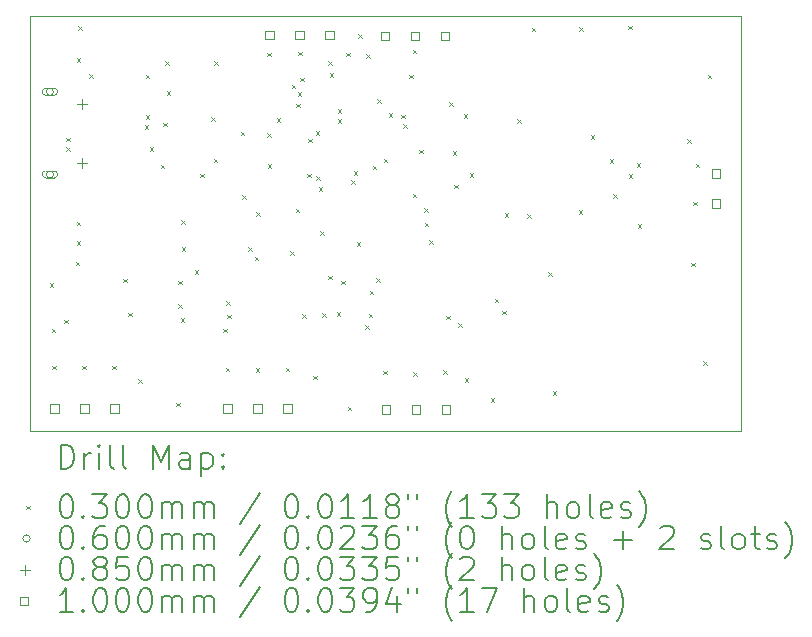
<source format=gbr>
%TF.GenerationSoftware,KiCad,Pcbnew,8.0.7*%
%TF.CreationDate,2025-03-03T01:54:19+02:00*%
%TF.ProjectId,slug_v1_0,736c7567-5f76-4315-9f30-2e6b69636164,rev?*%
%TF.SameCoordinates,Original*%
%TF.FileFunction,Drillmap*%
%TF.FilePolarity,Positive*%
%FSLAX45Y45*%
G04 Gerber Fmt 4.5, Leading zero omitted, Abs format (unit mm)*
G04 Created by KiCad (PCBNEW 8.0.7) date 2025-03-03 01:54:19*
%MOMM*%
%LPD*%
G01*
G04 APERTURE LIST*
%ADD10C,0.050000*%
%ADD11C,0.200000*%
%ADD12C,0.100000*%
G04 APERTURE END LIST*
D10*
X6290000Y-9990000D02*
X12310000Y-9990000D01*
X12310000Y-13510000D01*
X6290000Y-13510000D01*
X6290000Y-9990000D01*
D11*
D12*
X6454380Y-12253200D02*
X6484380Y-12283200D01*
X6484380Y-12253200D02*
X6454380Y-12283200D01*
X6472160Y-12639280D02*
X6502160Y-12669280D01*
X6502160Y-12639280D02*
X6472160Y-12669280D01*
X6477240Y-12954240D02*
X6507240Y-12984240D01*
X6507240Y-12954240D02*
X6477240Y-12984240D01*
X6576620Y-12565620D02*
X6606620Y-12595620D01*
X6606620Y-12565620D02*
X6576620Y-12595620D01*
X6594000Y-11104000D02*
X6624000Y-11134000D01*
X6624000Y-11104000D02*
X6594000Y-11134000D01*
X6596000Y-11024000D02*
X6626000Y-11054000D01*
X6626000Y-11024000D02*
X6596000Y-11054000D01*
X6674000Y-12073000D02*
X6704000Y-12103000D01*
X6704000Y-12073000D02*
X6674000Y-12103000D01*
X6683000Y-11735000D02*
X6713000Y-11765000D01*
X6713000Y-11735000D02*
X6683000Y-11765000D01*
X6684000Y-11901000D02*
X6714000Y-11931000D01*
X6714000Y-11901000D02*
X6684000Y-11931000D01*
X6684500Y-10352500D02*
X6714500Y-10382500D01*
X6714500Y-10352500D02*
X6684500Y-10382500D01*
X6697033Y-10078800D02*
X6727033Y-10108800D01*
X6727033Y-10078800D02*
X6697033Y-10108800D01*
X6731240Y-12954240D02*
X6761240Y-12984240D01*
X6761240Y-12954240D02*
X6731240Y-12984240D01*
X6789660Y-10487900D02*
X6819660Y-10517900D01*
X6819660Y-10487900D02*
X6789660Y-10517900D01*
X6985240Y-12954240D02*
X7015240Y-12984240D01*
X7015240Y-12954240D02*
X6985240Y-12984240D01*
X7076680Y-12217640D02*
X7106680Y-12247640D01*
X7106680Y-12217640D02*
X7076680Y-12247640D01*
X7121000Y-12506000D02*
X7151000Y-12536000D01*
X7151000Y-12506000D02*
X7121000Y-12536000D01*
X7204000Y-13067000D02*
X7234000Y-13097000D01*
X7234000Y-13067000D02*
X7204000Y-13097000D01*
X7258477Y-10918125D02*
X7288477Y-10948125D01*
X7288477Y-10918125D02*
X7258477Y-10948125D01*
X7266300Y-10835000D02*
X7296300Y-10865000D01*
X7296300Y-10835000D02*
X7266300Y-10865000D01*
X7268000Y-10491000D02*
X7298000Y-10521000D01*
X7298000Y-10491000D02*
X7268000Y-10521000D01*
X7302000Y-11104000D02*
X7332000Y-11134000D01*
X7332000Y-11104000D02*
X7302000Y-11134000D01*
X7394000Y-11253000D02*
X7424000Y-11283000D01*
X7424000Y-11253000D02*
X7394000Y-11283000D01*
X7417500Y-10897500D02*
X7447500Y-10927500D01*
X7447500Y-10897500D02*
X7417500Y-10927500D01*
X7430000Y-10375000D02*
X7460000Y-10405000D01*
X7460000Y-10375000D02*
X7430000Y-10405000D01*
X7445000Y-10630000D02*
X7475000Y-10660000D01*
X7475000Y-10630000D02*
X7445000Y-10660000D01*
X7523720Y-13266660D02*
X7553720Y-13296660D01*
X7553720Y-13266660D02*
X7523720Y-13296660D01*
X7544040Y-12235420D02*
X7574040Y-12265420D01*
X7574040Y-12235420D02*
X7544040Y-12265420D01*
X7544040Y-12433540D02*
X7574040Y-12463540D01*
X7574040Y-12433540D02*
X7544040Y-12463540D01*
X7561820Y-12552920D02*
X7591820Y-12582920D01*
X7591820Y-12552920D02*
X7561820Y-12582920D01*
X7569440Y-11719800D02*
X7599440Y-11749800D01*
X7599440Y-11719800D02*
X7569440Y-11749800D01*
X7571980Y-11950940D02*
X7601980Y-11980940D01*
X7601980Y-11950940D02*
X7571980Y-11980940D01*
X7683740Y-12143980D02*
X7713740Y-12173980D01*
X7713740Y-12143980D02*
X7683740Y-12173980D01*
X7727500Y-11327500D02*
X7757500Y-11357500D01*
X7757500Y-11327500D02*
X7727500Y-11357500D01*
X7820000Y-10850000D02*
X7850000Y-10880000D01*
X7850000Y-10850000D02*
X7820000Y-10880000D01*
X7842500Y-11200000D02*
X7872500Y-11230000D01*
X7872500Y-11200000D02*
X7842500Y-11230000D01*
X7847500Y-10375000D02*
X7877500Y-10405000D01*
X7877500Y-10375000D02*
X7847500Y-10405000D01*
X7925040Y-12641820D02*
X7955040Y-12671820D01*
X7955040Y-12641820D02*
X7925040Y-12671820D01*
X7945360Y-12969480D02*
X7975360Y-12999480D01*
X7975360Y-12969480D02*
X7945360Y-12999480D01*
X7950440Y-12407940D02*
X7980440Y-12437940D01*
X7980440Y-12407940D02*
X7950440Y-12437940D01*
X7957000Y-12522000D02*
X7987000Y-12552000D01*
X7987000Y-12522000D02*
X7957000Y-12552000D01*
X8072360Y-10973040D02*
X8102360Y-11003040D01*
X8102360Y-10973040D02*
X8072360Y-11003040D01*
X8082520Y-11511520D02*
X8112520Y-11541520D01*
X8112520Y-11511520D02*
X8082520Y-11541520D01*
X8135860Y-11950940D02*
X8165860Y-11980940D01*
X8165860Y-11950940D02*
X8135860Y-11980940D01*
X8189200Y-12029680D02*
X8219200Y-12059680D01*
X8219200Y-12029680D02*
X8189200Y-12059680D01*
X8199360Y-12974560D02*
X8229360Y-13004560D01*
X8229360Y-12974560D02*
X8199360Y-13004560D01*
X8201900Y-11653760D02*
X8231900Y-11683760D01*
X8231900Y-11653760D02*
X8201900Y-11683760D01*
X8295880Y-10985740D02*
X8325880Y-11015740D01*
X8325880Y-10985740D02*
X8295880Y-11015740D01*
X8298000Y-10305000D02*
X8328000Y-10335000D01*
X8328000Y-10305000D02*
X8298000Y-10335000D01*
X8298420Y-11249900D02*
X8328420Y-11279900D01*
X8328420Y-11249900D02*
X8298420Y-11279900D01*
X8374620Y-10856200D02*
X8404620Y-10886200D01*
X8404620Y-10856200D02*
X8374620Y-10886200D01*
X8453360Y-12969480D02*
X8483360Y-12999480D01*
X8483360Y-12969480D02*
X8453360Y-12999480D01*
X8490707Y-11983206D02*
X8520707Y-12013206D01*
X8520707Y-11983206D02*
X8490707Y-12013206D01*
X8504325Y-10574591D02*
X8534325Y-10604591D01*
X8534325Y-10574591D02*
X8504325Y-10604591D01*
X8538096Y-11623828D02*
X8568096Y-11653828D01*
X8568096Y-11623828D02*
X8538096Y-11653828D01*
X8543193Y-10734789D02*
X8573193Y-10764789D01*
X8573193Y-10734789D02*
X8543193Y-10764789D01*
X8553000Y-10638080D02*
X8583000Y-10668080D01*
X8583000Y-10638080D02*
X8553000Y-10668080D01*
X8557000Y-10296000D02*
X8587000Y-10326000D01*
X8587000Y-10296000D02*
X8557000Y-10326000D01*
X8573519Y-10515591D02*
X8603519Y-10545591D01*
X8603519Y-10515591D02*
X8573519Y-10545591D01*
X8590000Y-12520000D02*
X8620000Y-12550000D01*
X8620000Y-12520000D02*
X8590000Y-12550000D01*
X8634970Y-11329910D02*
X8664970Y-11359910D01*
X8664970Y-11329910D02*
X8634970Y-11359910D01*
X8641000Y-11031000D02*
X8671000Y-11061000D01*
X8671000Y-11031000D02*
X8641000Y-11061000D01*
X8685404Y-13039975D02*
X8715404Y-13069975D01*
X8715404Y-13039975D02*
X8685404Y-13069975D01*
X8705610Y-10970255D02*
X8735610Y-11000255D01*
X8735610Y-10970255D02*
X8705610Y-11000255D01*
X8712440Y-11351500D02*
X8742440Y-11381500D01*
X8742440Y-11351500D02*
X8712440Y-11381500D01*
X8732760Y-11442940D02*
X8762760Y-11472940D01*
X8762760Y-11442940D02*
X8732760Y-11472940D01*
X8745460Y-11816320D02*
X8775460Y-11846320D01*
X8775460Y-11816320D02*
X8745460Y-11846320D01*
X8760700Y-12507200D02*
X8790700Y-12537200D01*
X8790700Y-12507200D02*
X8760700Y-12537200D01*
X8811000Y-10376000D02*
X8841000Y-10406000D01*
X8841000Y-10376000D02*
X8811000Y-10406000D01*
X8811500Y-12192240D02*
X8841500Y-12222240D01*
X8841500Y-12192240D02*
X8811500Y-12222240D01*
X8825000Y-10476000D02*
X8855000Y-10506000D01*
X8855000Y-10476000D02*
X8825000Y-10506000D01*
X8885160Y-12502120D02*
X8915160Y-12532120D01*
X8915160Y-12502120D02*
X8885160Y-12532120D01*
X8892780Y-10866360D02*
X8922780Y-10896360D01*
X8922780Y-10866360D02*
X8892780Y-10896360D01*
X8894618Y-10780960D02*
X8924618Y-10810960D01*
X8924618Y-10780960D02*
X8894618Y-10810960D01*
X8920720Y-12232880D02*
X8950720Y-12262880D01*
X8950720Y-12232880D02*
X8920720Y-12262880D01*
X8963900Y-10305020D02*
X8993900Y-10335020D01*
X8993900Y-10305020D02*
X8963900Y-10335020D01*
X8976600Y-13299680D02*
X9006600Y-13329680D01*
X9006600Y-13299680D02*
X8976600Y-13329680D01*
X9007080Y-11381980D02*
X9037080Y-11411980D01*
X9037080Y-11381980D02*
X9007080Y-11411980D01*
X9030068Y-11305354D02*
X9060068Y-11335354D01*
X9060068Y-11305354D02*
X9030068Y-11335354D01*
X9052800Y-11910300D02*
X9082800Y-11940300D01*
X9082800Y-11910300D02*
X9052800Y-11940300D01*
X9065000Y-10145000D02*
X9095000Y-10175000D01*
X9095000Y-10145000D02*
X9065000Y-10175000D01*
X9126460Y-12611340D02*
X9156460Y-12641340D01*
X9156460Y-12611340D02*
X9126460Y-12641340D01*
X9134000Y-10318000D02*
X9164000Y-10348000D01*
X9164000Y-10318000D02*
X9134000Y-10348000D01*
X9154400Y-12512280D02*
X9184400Y-12542280D01*
X9184400Y-12512280D02*
X9154400Y-12542280D01*
X9164771Y-12320090D02*
X9194771Y-12350090D01*
X9194771Y-12320090D02*
X9164771Y-12350090D01*
X9188636Y-11259786D02*
X9218636Y-11289786D01*
X9218636Y-11259786D02*
X9188636Y-11289786D01*
X9220440Y-12214080D02*
X9250440Y-12244080D01*
X9250440Y-12214080D02*
X9220440Y-12244080D01*
X9228060Y-10698720D02*
X9258060Y-10728720D01*
X9258060Y-10698720D02*
X9228060Y-10728720D01*
X9276320Y-12994880D02*
X9306320Y-13024880D01*
X9306320Y-12994880D02*
X9276320Y-13024880D01*
X9283872Y-11199786D02*
X9313872Y-11229786D01*
X9313872Y-11199786D02*
X9283872Y-11229786D01*
X9324580Y-10818100D02*
X9354580Y-10848100D01*
X9354580Y-10818100D02*
X9324580Y-10848100D01*
X9428770Y-10828989D02*
X9458770Y-10858989D01*
X9458770Y-10828989D02*
X9428770Y-10858989D01*
X9446500Y-10907000D02*
X9476500Y-10937000D01*
X9476500Y-10907000D02*
X9446500Y-10937000D01*
X9499840Y-10489420D02*
X9529840Y-10519420D01*
X9529840Y-10489420D02*
X9499840Y-10519420D01*
X9526744Y-11496280D02*
X9556744Y-11526280D01*
X9556744Y-11496280D02*
X9526744Y-11526280D01*
X9528000Y-10277000D02*
X9558000Y-10307000D01*
X9558000Y-10277000D02*
X9528000Y-10307000D01*
X9533500Y-13008220D02*
X9563500Y-13038220D01*
X9563500Y-13008220D02*
X9533500Y-13038220D01*
X9581120Y-11125440D02*
X9611120Y-11155440D01*
X9611120Y-11125440D02*
X9581120Y-11155440D01*
X9627329Y-11621447D02*
X9657329Y-11651447D01*
X9657329Y-11621447D02*
X9627329Y-11651447D01*
X9630160Y-11743302D02*
X9660160Y-11773302D01*
X9660160Y-11743302D02*
X9630160Y-11773302D01*
X9667480Y-11889980D02*
X9697480Y-11919980D01*
X9697480Y-11889980D02*
X9667480Y-11919980D01*
X9784320Y-12989800D02*
X9814320Y-13019800D01*
X9814320Y-12989800D02*
X9784320Y-13019800D01*
X9811000Y-12531000D02*
X9841000Y-12561000D01*
X9841000Y-12531000D02*
X9811000Y-12561000D01*
X9835120Y-10724120D02*
X9865120Y-10754120D01*
X9865120Y-10724120D02*
X9835120Y-10754120D01*
X9865600Y-11135600D02*
X9895600Y-11165600D01*
X9895600Y-11135600D02*
X9865600Y-11165600D01*
X9880840Y-11422620D02*
X9910840Y-11452620D01*
X9910840Y-11422620D02*
X9880840Y-11452620D01*
X9914750Y-12593750D02*
X9944750Y-12623750D01*
X9944750Y-12593750D02*
X9914750Y-12623750D01*
X9959580Y-10825720D02*
X9989580Y-10855720D01*
X9989580Y-10825720D02*
X9959580Y-10855720D01*
X9969740Y-13060000D02*
X9999740Y-13090000D01*
X9999740Y-13060000D02*
X9969740Y-13090000D01*
X10010380Y-11326100D02*
X10040380Y-11356100D01*
X10040380Y-11326100D02*
X10010380Y-11356100D01*
X10188000Y-13227000D02*
X10218000Y-13257000D01*
X10218000Y-13227000D02*
X10188000Y-13257000D01*
X10223740Y-12387820D02*
X10253740Y-12417820D01*
X10253740Y-12387820D02*
X10223740Y-12417820D01*
X10285000Y-12489420D02*
X10315000Y-12519420D01*
X10315000Y-12489420D02*
X10285000Y-12519420D01*
X10307560Y-11663920D02*
X10337560Y-11693920D01*
X10337560Y-11663920D02*
X10307560Y-11693920D01*
X10414240Y-10868900D02*
X10444240Y-10898900D01*
X10444240Y-10868900D02*
X10414240Y-10898900D01*
X10495520Y-11671540D02*
X10525520Y-11701540D01*
X10525520Y-11671540D02*
X10495520Y-11701540D01*
X10536160Y-10091660D02*
X10566160Y-10121660D01*
X10566160Y-10091660D02*
X10536160Y-10121660D01*
X10676000Y-12164000D02*
X10706000Y-12194000D01*
X10706000Y-12164000D02*
X10676000Y-12194000D01*
X10714000Y-13171000D02*
X10744000Y-13201000D01*
X10744000Y-13171000D02*
X10714000Y-13201000D01*
X10932400Y-11635980D02*
X10962400Y-11665980D01*
X10962400Y-11635980D02*
X10932400Y-11665980D01*
X10937140Y-10089110D02*
X10967140Y-10119110D01*
X10967140Y-10089110D02*
X10937140Y-10119110D01*
X11036540Y-11000980D02*
X11066540Y-11030980D01*
X11066540Y-11000980D02*
X11036540Y-11030980D01*
X11196560Y-11206720D02*
X11226560Y-11236720D01*
X11226560Y-11206720D02*
X11196560Y-11236720D01*
X11227040Y-11501360D02*
X11257040Y-11531360D01*
X11257040Y-11501360D02*
X11227040Y-11531360D01*
X11350640Y-10074750D02*
X11380640Y-10104750D01*
X11380640Y-10074750D02*
X11350640Y-10104750D01*
X11356580Y-11333720D02*
X11386580Y-11363720D01*
X11386580Y-11333720D02*
X11356580Y-11363720D01*
X11425160Y-11239740D02*
X11455160Y-11269740D01*
X11455160Y-11239740D02*
X11425160Y-11269740D01*
X11432780Y-11757900D02*
X11462780Y-11787900D01*
X11462780Y-11757900D02*
X11432780Y-11787900D01*
X11851880Y-11036540D02*
X11881880Y-11066540D01*
X11881880Y-11036540D02*
X11851880Y-11066540D01*
X11884900Y-12080480D02*
X11914900Y-12110480D01*
X11914900Y-12080480D02*
X11884900Y-12110480D01*
X11902680Y-11564000D02*
X11932680Y-11594000D01*
X11932680Y-11564000D02*
X11902680Y-11594000D01*
X11923000Y-11242280D02*
X11953000Y-11272280D01*
X11953000Y-11242280D02*
X11923000Y-11272280D01*
X11986500Y-12913600D02*
X12016500Y-12943600D01*
X12016500Y-12913600D02*
X11986500Y-12943600D01*
X12025000Y-10490440D02*
X12055000Y-10520440D01*
X12055000Y-10490440D02*
X12025000Y-10520440D01*
X6486250Y-10634000D02*
G75*
G02*
X6426250Y-10634000I-30000J0D01*
G01*
X6426250Y-10634000D02*
G75*
G02*
X6486250Y-10634000I30000J0D01*
G01*
X6421250Y-10664000D02*
X6491250Y-10664000D01*
X6491250Y-10604000D02*
G75*
G02*
X6491250Y-10664000I0J-30000D01*
G01*
X6491250Y-10604000D02*
X6421250Y-10604000D01*
X6421250Y-10604000D02*
G75*
G03*
X6421250Y-10664000I0J-30000D01*
G01*
X6486250Y-11334000D02*
G75*
G02*
X6426250Y-11334000I-30000J0D01*
G01*
X6426250Y-11334000D02*
G75*
G02*
X6486250Y-11334000I30000J0D01*
G01*
X6491250Y-11304000D02*
X6421250Y-11304000D01*
X6421250Y-11364000D02*
G75*
G02*
X6421250Y-11304000I0J30000D01*
G01*
X6421250Y-11364000D02*
X6491250Y-11364000D01*
X6491250Y-11364000D02*
G75*
G03*
X6491250Y-11304000I0J30000D01*
G01*
X6726250Y-10691500D02*
X6726250Y-10776500D01*
X6683750Y-10734000D02*
X6768750Y-10734000D01*
X6726250Y-11191500D02*
X6726250Y-11276500D01*
X6683750Y-11234000D02*
X6768750Y-11234000D01*
X6530136Y-13352576D02*
X6530136Y-13281864D01*
X6459424Y-13281864D01*
X6459424Y-13352576D01*
X6530136Y-13352576D01*
X6784136Y-13352576D02*
X6784136Y-13281864D01*
X6713424Y-13281864D01*
X6713424Y-13352576D01*
X6784136Y-13352576D01*
X7038136Y-13352576D02*
X7038136Y-13281864D01*
X6967424Y-13281864D01*
X6967424Y-13352576D01*
X7038136Y-13352576D01*
X7994216Y-13351956D02*
X7994216Y-13281244D01*
X7923504Y-13281244D01*
X7923504Y-13351956D01*
X7994216Y-13351956D01*
X8248216Y-13351956D02*
X8248216Y-13281244D01*
X8177504Y-13281244D01*
X8177504Y-13351956D01*
X8248216Y-13351956D01*
X8351356Y-10189356D02*
X8351356Y-10118644D01*
X8280644Y-10118644D01*
X8280644Y-10189356D01*
X8351356Y-10189356D01*
X8502216Y-13351956D02*
X8502216Y-13281244D01*
X8431504Y-13281244D01*
X8431504Y-13351956D01*
X8502216Y-13351956D01*
X8605356Y-10189356D02*
X8605356Y-10118644D01*
X8534644Y-10118644D01*
X8534644Y-10189356D01*
X8605356Y-10189356D01*
X8859356Y-10189356D02*
X8859356Y-10118644D01*
X8788644Y-10118644D01*
X8788644Y-10189356D01*
X8859356Y-10189356D01*
X9327356Y-10195356D02*
X9327356Y-10124644D01*
X9256644Y-10124644D01*
X9256644Y-10195356D01*
X9327356Y-10195356D01*
X9334296Y-13360196D02*
X9334296Y-13289484D01*
X9263584Y-13289484D01*
X9263584Y-13360196D01*
X9334296Y-13360196D01*
X9581356Y-10195356D02*
X9581356Y-10124644D01*
X9510644Y-10124644D01*
X9510644Y-10195356D01*
X9581356Y-10195356D01*
X9588296Y-13360196D02*
X9588296Y-13289484D01*
X9517584Y-13289484D01*
X9517584Y-13360196D01*
X9588296Y-13360196D01*
X9835356Y-10195356D02*
X9835356Y-10124644D01*
X9764644Y-10124644D01*
X9764644Y-10195356D01*
X9835356Y-10195356D01*
X9842296Y-13360196D02*
X9842296Y-13289484D01*
X9771584Y-13289484D01*
X9771584Y-13360196D01*
X9842296Y-13360196D01*
X12130356Y-11360356D02*
X12130356Y-11289644D01*
X12059644Y-11289644D01*
X12059644Y-11360356D01*
X12130356Y-11360356D01*
X12130356Y-11614356D02*
X12130356Y-11543644D01*
X12059644Y-11543644D01*
X12059644Y-11614356D01*
X12130356Y-11614356D01*
D11*
X6548277Y-13823984D02*
X6548277Y-13623984D01*
X6548277Y-13623984D02*
X6595896Y-13623984D01*
X6595896Y-13623984D02*
X6624467Y-13633508D01*
X6624467Y-13633508D02*
X6643515Y-13652555D01*
X6643515Y-13652555D02*
X6653039Y-13671603D01*
X6653039Y-13671603D02*
X6662562Y-13709698D01*
X6662562Y-13709698D02*
X6662562Y-13738269D01*
X6662562Y-13738269D02*
X6653039Y-13776365D01*
X6653039Y-13776365D02*
X6643515Y-13795412D01*
X6643515Y-13795412D02*
X6624467Y-13814460D01*
X6624467Y-13814460D02*
X6595896Y-13823984D01*
X6595896Y-13823984D02*
X6548277Y-13823984D01*
X6748277Y-13823984D02*
X6748277Y-13690650D01*
X6748277Y-13728746D02*
X6757801Y-13709698D01*
X6757801Y-13709698D02*
X6767324Y-13700174D01*
X6767324Y-13700174D02*
X6786372Y-13690650D01*
X6786372Y-13690650D02*
X6805420Y-13690650D01*
X6872086Y-13823984D02*
X6872086Y-13690650D01*
X6872086Y-13623984D02*
X6862562Y-13633508D01*
X6862562Y-13633508D02*
X6872086Y-13643031D01*
X6872086Y-13643031D02*
X6881610Y-13633508D01*
X6881610Y-13633508D02*
X6872086Y-13623984D01*
X6872086Y-13623984D02*
X6872086Y-13643031D01*
X6995896Y-13823984D02*
X6976848Y-13814460D01*
X6976848Y-13814460D02*
X6967324Y-13795412D01*
X6967324Y-13795412D02*
X6967324Y-13623984D01*
X7100658Y-13823984D02*
X7081610Y-13814460D01*
X7081610Y-13814460D02*
X7072086Y-13795412D01*
X7072086Y-13795412D02*
X7072086Y-13623984D01*
X7329229Y-13823984D02*
X7329229Y-13623984D01*
X7329229Y-13623984D02*
X7395896Y-13766841D01*
X7395896Y-13766841D02*
X7462562Y-13623984D01*
X7462562Y-13623984D02*
X7462562Y-13823984D01*
X7643515Y-13823984D02*
X7643515Y-13719222D01*
X7643515Y-13719222D02*
X7633991Y-13700174D01*
X7633991Y-13700174D02*
X7614943Y-13690650D01*
X7614943Y-13690650D02*
X7576848Y-13690650D01*
X7576848Y-13690650D02*
X7557801Y-13700174D01*
X7643515Y-13814460D02*
X7624467Y-13823984D01*
X7624467Y-13823984D02*
X7576848Y-13823984D01*
X7576848Y-13823984D02*
X7557801Y-13814460D01*
X7557801Y-13814460D02*
X7548277Y-13795412D01*
X7548277Y-13795412D02*
X7548277Y-13776365D01*
X7548277Y-13776365D02*
X7557801Y-13757317D01*
X7557801Y-13757317D02*
X7576848Y-13747793D01*
X7576848Y-13747793D02*
X7624467Y-13747793D01*
X7624467Y-13747793D02*
X7643515Y-13738269D01*
X7738753Y-13690650D02*
X7738753Y-13890650D01*
X7738753Y-13700174D02*
X7757801Y-13690650D01*
X7757801Y-13690650D02*
X7795896Y-13690650D01*
X7795896Y-13690650D02*
X7814943Y-13700174D01*
X7814943Y-13700174D02*
X7824467Y-13709698D01*
X7824467Y-13709698D02*
X7833991Y-13728746D01*
X7833991Y-13728746D02*
X7833991Y-13785888D01*
X7833991Y-13785888D02*
X7824467Y-13804936D01*
X7824467Y-13804936D02*
X7814943Y-13814460D01*
X7814943Y-13814460D02*
X7795896Y-13823984D01*
X7795896Y-13823984D02*
X7757801Y-13823984D01*
X7757801Y-13823984D02*
X7738753Y-13814460D01*
X7919705Y-13804936D02*
X7929229Y-13814460D01*
X7929229Y-13814460D02*
X7919705Y-13823984D01*
X7919705Y-13823984D02*
X7910182Y-13814460D01*
X7910182Y-13814460D02*
X7919705Y-13804936D01*
X7919705Y-13804936D02*
X7919705Y-13823984D01*
X7919705Y-13700174D02*
X7929229Y-13709698D01*
X7929229Y-13709698D02*
X7919705Y-13719222D01*
X7919705Y-13719222D02*
X7910182Y-13709698D01*
X7910182Y-13709698D02*
X7919705Y-13700174D01*
X7919705Y-13700174D02*
X7919705Y-13719222D01*
D12*
X6257500Y-14137500D02*
X6287500Y-14167500D01*
X6287500Y-14137500D02*
X6257500Y-14167500D01*
D11*
X6586372Y-14043984D02*
X6605420Y-14043984D01*
X6605420Y-14043984D02*
X6624467Y-14053508D01*
X6624467Y-14053508D02*
X6633991Y-14063031D01*
X6633991Y-14063031D02*
X6643515Y-14082079D01*
X6643515Y-14082079D02*
X6653039Y-14120174D01*
X6653039Y-14120174D02*
X6653039Y-14167793D01*
X6653039Y-14167793D02*
X6643515Y-14205888D01*
X6643515Y-14205888D02*
X6633991Y-14224936D01*
X6633991Y-14224936D02*
X6624467Y-14234460D01*
X6624467Y-14234460D02*
X6605420Y-14243984D01*
X6605420Y-14243984D02*
X6586372Y-14243984D01*
X6586372Y-14243984D02*
X6567324Y-14234460D01*
X6567324Y-14234460D02*
X6557801Y-14224936D01*
X6557801Y-14224936D02*
X6548277Y-14205888D01*
X6548277Y-14205888D02*
X6538753Y-14167793D01*
X6538753Y-14167793D02*
X6538753Y-14120174D01*
X6538753Y-14120174D02*
X6548277Y-14082079D01*
X6548277Y-14082079D02*
X6557801Y-14063031D01*
X6557801Y-14063031D02*
X6567324Y-14053508D01*
X6567324Y-14053508D02*
X6586372Y-14043984D01*
X6738753Y-14224936D02*
X6748277Y-14234460D01*
X6748277Y-14234460D02*
X6738753Y-14243984D01*
X6738753Y-14243984D02*
X6729229Y-14234460D01*
X6729229Y-14234460D02*
X6738753Y-14224936D01*
X6738753Y-14224936D02*
X6738753Y-14243984D01*
X6814943Y-14043984D02*
X6938753Y-14043984D01*
X6938753Y-14043984D02*
X6872086Y-14120174D01*
X6872086Y-14120174D02*
X6900658Y-14120174D01*
X6900658Y-14120174D02*
X6919705Y-14129698D01*
X6919705Y-14129698D02*
X6929229Y-14139222D01*
X6929229Y-14139222D02*
X6938753Y-14158269D01*
X6938753Y-14158269D02*
X6938753Y-14205888D01*
X6938753Y-14205888D02*
X6929229Y-14224936D01*
X6929229Y-14224936D02*
X6919705Y-14234460D01*
X6919705Y-14234460D02*
X6900658Y-14243984D01*
X6900658Y-14243984D02*
X6843515Y-14243984D01*
X6843515Y-14243984D02*
X6824467Y-14234460D01*
X6824467Y-14234460D02*
X6814943Y-14224936D01*
X7062562Y-14043984D02*
X7081610Y-14043984D01*
X7081610Y-14043984D02*
X7100658Y-14053508D01*
X7100658Y-14053508D02*
X7110182Y-14063031D01*
X7110182Y-14063031D02*
X7119705Y-14082079D01*
X7119705Y-14082079D02*
X7129229Y-14120174D01*
X7129229Y-14120174D02*
X7129229Y-14167793D01*
X7129229Y-14167793D02*
X7119705Y-14205888D01*
X7119705Y-14205888D02*
X7110182Y-14224936D01*
X7110182Y-14224936D02*
X7100658Y-14234460D01*
X7100658Y-14234460D02*
X7081610Y-14243984D01*
X7081610Y-14243984D02*
X7062562Y-14243984D01*
X7062562Y-14243984D02*
X7043515Y-14234460D01*
X7043515Y-14234460D02*
X7033991Y-14224936D01*
X7033991Y-14224936D02*
X7024467Y-14205888D01*
X7024467Y-14205888D02*
X7014943Y-14167793D01*
X7014943Y-14167793D02*
X7014943Y-14120174D01*
X7014943Y-14120174D02*
X7024467Y-14082079D01*
X7024467Y-14082079D02*
X7033991Y-14063031D01*
X7033991Y-14063031D02*
X7043515Y-14053508D01*
X7043515Y-14053508D02*
X7062562Y-14043984D01*
X7253039Y-14043984D02*
X7272086Y-14043984D01*
X7272086Y-14043984D02*
X7291134Y-14053508D01*
X7291134Y-14053508D02*
X7300658Y-14063031D01*
X7300658Y-14063031D02*
X7310182Y-14082079D01*
X7310182Y-14082079D02*
X7319705Y-14120174D01*
X7319705Y-14120174D02*
X7319705Y-14167793D01*
X7319705Y-14167793D02*
X7310182Y-14205888D01*
X7310182Y-14205888D02*
X7300658Y-14224936D01*
X7300658Y-14224936D02*
X7291134Y-14234460D01*
X7291134Y-14234460D02*
X7272086Y-14243984D01*
X7272086Y-14243984D02*
X7253039Y-14243984D01*
X7253039Y-14243984D02*
X7233991Y-14234460D01*
X7233991Y-14234460D02*
X7224467Y-14224936D01*
X7224467Y-14224936D02*
X7214943Y-14205888D01*
X7214943Y-14205888D02*
X7205420Y-14167793D01*
X7205420Y-14167793D02*
X7205420Y-14120174D01*
X7205420Y-14120174D02*
X7214943Y-14082079D01*
X7214943Y-14082079D02*
X7224467Y-14063031D01*
X7224467Y-14063031D02*
X7233991Y-14053508D01*
X7233991Y-14053508D02*
X7253039Y-14043984D01*
X7405420Y-14243984D02*
X7405420Y-14110650D01*
X7405420Y-14129698D02*
X7414943Y-14120174D01*
X7414943Y-14120174D02*
X7433991Y-14110650D01*
X7433991Y-14110650D02*
X7462563Y-14110650D01*
X7462563Y-14110650D02*
X7481610Y-14120174D01*
X7481610Y-14120174D02*
X7491134Y-14139222D01*
X7491134Y-14139222D02*
X7491134Y-14243984D01*
X7491134Y-14139222D02*
X7500658Y-14120174D01*
X7500658Y-14120174D02*
X7519705Y-14110650D01*
X7519705Y-14110650D02*
X7548277Y-14110650D01*
X7548277Y-14110650D02*
X7567324Y-14120174D01*
X7567324Y-14120174D02*
X7576848Y-14139222D01*
X7576848Y-14139222D02*
X7576848Y-14243984D01*
X7672086Y-14243984D02*
X7672086Y-14110650D01*
X7672086Y-14129698D02*
X7681610Y-14120174D01*
X7681610Y-14120174D02*
X7700658Y-14110650D01*
X7700658Y-14110650D02*
X7729229Y-14110650D01*
X7729229Y-14110650D02*
X7748277Y-14120174D01*
X7748277Y-14120174D02*
X7757801Y-14139222D01*
X7757801Y-14139222D02*
X7757801Y-14243984D01*
X7757801Y-14139222D02*
X7767324Y-14120174D01*
X7767324Y-14120174D02*
X7786372Y-14110650D01*
X7786372Y-14110650D02*
X7814943Y-14110650D01*
X7814943Y-14110650D02*
X7833991Y-14120174D01*
X7833991Y-14120174D02*
X7843515Y-14139222D01*
X7843515Y-14139222D02*
X7843515Y-14243984D01*
X8233991Y-14034460D02*
X8062563Y-14291603D01*
X8491134Y-14043984D02*
X8510182Y-14043984D01*
X8510182Y-14043984D02*
X8529229Y-14053508D01*
X8529229Y-14053508D02*
X8538753Y-14063031D01*
X8538753Y-14063031D02*
X8548277Y-14082079D01*
X8548277Y-14082079D02*
X8557801Y-14120174D01*
X8557801Y-14120174D02*
X8557801Y-14167793D01*
X8557801Y-14167793D02*
X8548277Y-14205888D01*
X8548277Y-14205888D02*
X8538753Y-14224936D01*
X8538753Y-14224936D02*
X8529229Y-14234460D01*
X8529229Y-14234460D02*
X8510182Y-14243984D01*
X8510182Y-14243984D02*
X8491134Y-14243984D01*
X8491134Y-14243984D02*
X8472087Y-14234460D01*
X8472087Y-14234460D02*
X8462563Y-14224936D01*
X8462563Y-14224936D02*
X8453039Y-14205888D01*
X8453039Y-14205888D02*
X8443515Y-14167793D01*
X8443515Y-14167793D02*
X8443515Y-14120174D01*
X8443515Y-14120174D02*
X8453039Y-14082079D01*
X8453039Y-14082079D02*
X8462563Y-14063031D01*
X8462563Y-14063031D02*
X8472087Y-14053508D01*
X8472087Y-14053508D02*
X8491134Y-14043984D01*
X8643515Y-14224936D02*
X8653039Y-14234460D01*
X8653039Y-14234460D02*
X8643515Y-14243984D01*
X8643515Y-14243984D02*
X8633991Y-14234460D01*
X8633991Y-14234460D02*
X8643515Y-14224936D01*
X8643515Y-14224936D02*
X8643515Y-14243984D01*
X8776848Y-14043984D02*
X8795896Y-14043984D01*
X8795896Y-14043984D02*
X8814944Y-14053508D01*
X8814944Y-14053508D02*
X8824468Y-14063031D01*
X8824468Y-14063031D02*
X8833991Y-14082079D01*
X8833991Y-14082079D02*
X8843515Y-14120174D01*
X8843515Y-14120174D02*
X8843515Y-14167793D01*
X8843515Y-14167793D02*
X8833991Y-14205888D01*
X8833991Y-14205888D02*
X8824468Y-14224936D01*
X8824468Y-14224936D02*
X8814944Y-14234460D01*
X8814944Y-14234460D02*
X8795896Y-14243984D01*
X8795896Y-14243984D02*
X8776848Y-14243984D01*
X8776848Y-14243984D02*
X8757801Y-14234460D01*
X8757801Y-14234460D02*
X8748277Y-14224936D01*
X8748277Y-14224936D02*
X8738753Y-14205888D01*
X8738753Y-14205888D02*
X8729229Y-14167793D01*
X8729229Y-14167793D02*
X8729229Y-14120174D01*
X8729229Y-14120174D02*
X8738753Y-14082079D01*
X8738753Y-14082079D02*
X8748277Y-14063031D01*
X8748277Y-14063031D02*
X8757801Y-14053508D01*
X8757801Y-14053508D02*
X8776848Y-14043984D01*
X9033991Y-14243984D02*
X8919706Y-14243984D01*
X8976848Y-14243984D02*
X8976848Y-14043984D01*
X8976848Y-14043984D02*
X8957801Y-14072555D01*
X8957801Y-14072555D02*
X8938753Y-14091603D01*
X8938753Y-14091603D02*
X8919706Y-14101127D01*
X9224468Y-14243984D02*
X9110182Y-14243984D01*
X9167325Y-14243984D02*
X9167325Y-14043984D01*
X9167325Y-14043984D02*
X9148277Y-14072555D01*
X9148277Y-14072555D02*
X9129229Y-14091603D01*
X9129229Y-14091603D02*
X9110182Y-14101127D01*
X9338753Y-14129698D02*
X9319706Y-14120174D01*
X9319706Y-14120174D02*
X9310182Y-14110650D01*
X9310182Y-14110650D02*
X9300658Y-14091603D01*
X9300658Y-14091603D02*
X9300658Y-14082079D01*
X9300658Y-14082079D02*
X9310182Y-14063031D01*
X9310182Y-14063031D02*
X9319706Y-14053508D01*
X9319706Y-14053508D02*
X9338753Y-14043984D01*
X9338753Y-14043984D02*
X9376849Y-14043984D01*
X9376849Y-14043984D02*
X9395896Y-14053508D01*
X9395896Y-14053508D02*
X9405420Y-14063031D01*
X9405420Y-14063031D02*
X9414944Y-14082079D01*
X9414944Y-14082079D02*
X9414944Y-14091603D01*
X9414944Y-14091603D02*
X9405420Y-14110650D01*
X9405420Y-14110650D02*
X9395896Y-14120174D01*
X9395896Y-14120174D02*
X9376849Y-14129698D01*
X9376849Y-14129698D02*
X9338753Y-14129698D01*
X9338753Y-14129698D02*
X9319706Y-14139222D01*
X9319706Y-14139222D02*
X9310182Y-14148746D01*
X9310182Y-14148746D02*
X9300658Y-14167793D01*
X9300658Y-14167793D02*
X9300658Y-14205888D01*
X9300658Y-14205888D02*
X9310182Y-14224936D01*
X9310182Y-14224936D02*
X9319706Y-14234460D01*
X9319706Y-14234460D02*
X9338753Y-14243984D01*
X9338753Y-14243984D02*
X9376849Y-14243984D01*
X9376849Y-14243984D02*
X9395896Y-14234460D01*
X9395896Y-14234460D02*
X9405420Y-14224936D01*
X9405420Y-14224936D02*
X9414944Y-14205888D01*
X9414944Y-14205888D02*
X9414944Y-14167793D01*
X9414944Y-14167793D02*
X9405420Y-14148746D01*
X9405420Y-14148746D02*
X9395896Y-14139222D01*
X9395896Y-14139222D02*
X9376849Y-14129698D01*
X9491134Y-14043984D02*
X9491134Y-14082079D01*
X9567325Y-14043984D02*
X9567325Y-14082079D01*
X9862563Y-14320174D02*
X9853039Y-14310650D01*
X9853039Y-14310650D02*
X9833991Y-14282079D01*
X9833991Y-14282079D02*
X9824468Y-14263031D01*
X9824468Y-14263031D02*
X9814944Y-14234460D01*
X9814944Y-14234460D02*
X9805420Y-14186841D01*
X9805420Y-14186841D02*
X9805420Y-14148746D01*
X9805420Y-14148746D02*
X9814944Y-14101127D01*
X9814944Y-14101127D02*
X9824468Y-14072555D01*
X9824468Y-14072555D02*
X9833991Y-14053508D01*
X9833991Y-14053508D02*
X9853039Y-14024936D01*
X9853039Y-14024936D02*
X9862563Y-14015412D01*
X10043515Y-14243984D02*
X9929230Y-14243984D01*
X9986372Y-14243984D02*
X9986372Y-14043984D01*
X9986372Y-14043984D02*
X9967325Y-14072555D01*
X9967325Y-14072555D02*
X9948277Y-14091603D01*
X9948277Y-14091603D02*
X9929230Y-14101127D01*
X10110182Y-14043984D02*
X10233991Y-14043984D01*
X10233991Y-14043984D02*
X10167325Y-14120174D01*
X10167325Y-14120174D02*
X10195896Y-14120174D01*
X10195896Y-14120174D02*
X10214944Y-14129698D01*
X10214944Y-14129698D02*
X10224468Y-14139222D01*
X10224468Y-14139222D02*
X10233991Y-14158269D01*
X10233991Y-14158269D02*
X10233991Y-14205888D01*
X10233991Y-14205888D02*
X10224468Y-14224936D01*
X10224468Y-14224936D02*
X10214944Y-14234460D01*
X10214944Y-14234460D02*
X10195896Y-14243984D01*
X10195896Y-14243984D02*
X10138753Y-14243984D01*
X10138753Y-14243984D02*
X10119706Y-14234460D01*
X10119706Y-14234460D02*
X10110182Y-14224936D01*
X10300658Y-14043984D02*
X10424468Y-14043984D01*
X10424468Y-14043984D02*
X10357801Y-14120174D01*
X10357801Y-14120174D02*
X10386372Y-14120174D01*
X10386372Y-14120174D02*
X10405420Y-14129698D01*
X10405420Y-14129698D02*
X10414944Y-14139222D01*
X10414944Y-14139222D02*
X10424468Y-14158269D01*
X10424468Y-14158269D02*
X10424468Y-14205888D01*
X10424468Y-14205888D02*
X10414944Y-14224936D01*
X10414944Y-14224936D02*
X10405420Y-14234460D01*
X10405420Y-14234460D02*
X10386372Y-14243984D01*
X10386372Y-14243984D02*
X10329230Y-14243984D01*
X10329230Y-14243984D02*
X10310182Y-14234460D01*
X10310182Y-14234460D02*
X10300658Y-14224936D01*
X10662563Y-14243984D02*
X10662563Y-14043984D01*
X10748277Y-14243984D02*
X10748277Y-14139222D01*
X10748277Y-14139222D02*
X10738753Y-14120174D01*
X10738753Y-14120174D02*
X10719706Y-14110650D01*
X10719706Y-14110650D02*
X10691134Y-14110650D01*
X10691134Y-14110650D02*
X10672087Y-14120174D01*
X10672087Y-14120174D02*
X10662563Y-14129698D01*
X10872087Y-14243984D02*
X10853039Y-14234460D01*
X10853039Y-14234460D02*
X10843515Y-14224936D01*
X10843515Y-14224936D02*
X10833992Y-14205888D01*
X10833992Y-14205888D02*
X10833992Y-14148746D01*
X10833992Y-14148746D02*
X10843515Y-14129698D01*
X10843515Y-14129698D02*
X10853039Y-14120174D01*
X10853039Y-14120174D02*
X10872087Y-14110650D01*
X10872087Y-14110650D02*
X10900658Y-14110650D01*
X10900658Y-14110650D02*
X10919706Y-14120174D01*
X10919706Y-14120174D02*
X10929230Y-14129698D01*
X10929230Y-14129698D02*
X10938753Y-14148746D01*
X10938753Y-14148746D02*
X10938753Y-14205888D01*
X10938753Y-14205888D02*
X10929230Y-14224936D01*
X10929230Y-14224936D02*
X10919706Y-14234460D01*
X10919706Y-14234460D02*
X10900658Y-14243984D01*
X10900658Y-14243984D02*
X10872087Y-14243984D01*
X11053039Y-14243984D02*
X11033992Y-14234460D01*
X11033992Y-14234460D02*
X11024468Y-14215412D01*
X11024468Y-14215412D02*
X11024468Y-14043984D01*
X11205420Y-14234460D02*
X11186372Y-14243984D01*
X11186372Y-14243984D02*
X11148277Y-14243984D01*
X11148277Y-14243984D02*
X11129230Y-14234460D01*
X11129230Y-14234460D02*
X11119706Y-14215412D01*
X11119706Y-14215412D02*
X11119706Y-14139222D01*
X11119706Y-14139222D02*
X11129230Y-14120174D01*
X11129230Y-14120174D02*
X11148277Y-14110650D01*
X11148277Y-14110650D02*
X11186372Y-14110650D01*
X11186372Y-14110650D02*
X11205420Y-14120174D01*
X11205420Y-14120174D02*
X11214944Y-14139222D01*
X11214944Y-14139222D02*
X11214944Y-14158269D01*
X11214944Y-14158269D02*
X11119706Y-14177317D01*
X11291134Y-14234460D02*
X11310182Y-14243984D01*
X11310182Y-14243984D02*
X11348277Y-14243984D01*
X11348277Y-14243984D02*
X11367325Y-14234460D01*
X11367325Y-14234460D02*
X11376849Y-14215412D01*
X11376849Y-14215412D02*
X11376849Y-14205888D01*
X11376849Y-14205888D02*
X11367325Y-14186841D01*
X11367325Y-14186841D02*
X11348277Y-14177317D01*
X11348277Y-14177317D02*
X11319706Y-14177317D01*
X11319706Y-14177317D02*
X11300658Y-14167793D01*
X11300658Y-14167793D02*
X11291134Y-14148746D01*
X11291134Y-14148746D02*
X11291134Y-14139222D01*
X11291134Y-14139222D02*
X11300658Y-14120174D01*
X11300658Y-14120174D02*
X11319706Y-14110650D01*
X11319706Y-14110650D02*
X11348277Y-14110650D01*
X11348277Y-14110650D02*
X11367325Y-14120174D01*
X11443515Y-14320174D02*
X11453039Y-14310650D01*
X11453039Y-14310650D02*
X11472087Y-14282079D01*
X11472087Y-14282079D02*
X11481611Y-14263031D01*
X11481611Y-14263031D02*
X11491134Y-14234460D01*
X11491134Y-14234460D02*
X11500658Y-14186841D01*
X11500658Y-14186841D02*
X11500658Y-14148746D01*
X11500658Y-14148746D02*
X11491134Y-14101127D01*
X11491134Y-14101127D02*
X11481611Y-14072555D01*
X11481611Y-14072555D02*
X11472087Y-14053508D01*
X11472087Y-14053508D02*
X11453039Y-14024936D01*
X11453039Y-14024936D02*
X11443515Y-14015412D01*
D12*
X6287500Y-14416500D02*
G75*
G02*
X6227500Y-14416500I-30000J0D01*
G01*
X6227500Y-14416500D02*
G75*
G02*
X6287500Y-14416500I30000J0D01*
G01*
D11*
X6586372Y-14307984D02*
X6605420Y-14307984D01*
X6605420Y-14307984D02*
X6624467Y-14317508D01*
X6624467Y-14317508D02*
X6633991Y-14327031D01*
X6633991Y-14327031D02*
X6643515Y-14346079D01*
X6643515Y-14346079D02*
X6653039Y-14384174D01*
X6653039Y-14384174D02*
X6653039Y-14431793D01*
X6653039Y-14431793D02*
X6643515Y-14469888D01*
X6643515Y-14469888D02*
X6633991Y-14488936D01*
X6633991Y-14488936D02*
X6624467Y-14498460D01*
X6624467Y-14498460D02*
X6605420Y-14507984D01*
X6605420Y-14507984D02*
X6586372Y-14507984D01*
X6586372Y-14507984D02*
X6567324Y-14498460D01*
X6567324Y-14498460D02*
X6557801Y-14488936D01*
X6557801Y-14488936D02*
X6548277Y-14469888D01*
X6548277Y-14469888D02*
X6538753Y-14431793D01*
X6538753Y-14431793D02*
X6538753Y-14384174D01*
X6538753Y-14384174D02*
X6548277Y-14346079D01*
X6548277Y-14346079D02*
X6557801Y-14327031D01*
X6557801Y-14327031D02*
X6567324Y-14317508D01*
X6567324Y-14317508D02*
X6586372Y-14307984D01*
X6738753Y-14488936D02*
X6748277Y-14498460D01*
X6748277Y-14498460D02*
X6738753Y-14507984D01*
X6738753Y-14507984D02*
X6729229Y-14498460D01*
X6729229Y-14498460D02*
X6738753Y-14488936D01*
X6738753Y-14488936D02*
X6738753Y-14507984D01*
X6919705Y-14307984D02*
X6881610Y-14307984D01*
X6881610Y-14307984D02*
X6862562Y-14317508D01*
X6862562Y-14317508D02*
X6853039Y-14327031D01*
X6853039Y-14327031D02*
X6833991Y-14355603D01*
X6833991Y-14355603D02*
X6824467Y-14393698D01*
X6824467Y-14393698D02*
X6824467Y-14469888D01*
X6824467Y-14469888D02*
X6833991Y-14488936D01*
X6833991Y-14488936D02*
X6843515Y-14498460D01*
X6843515Y-14498460D02*
X6862562Y-14507984D01*
X6862562Y-14507984D02*
X6900658Y-14507984D01*
X6900658Y-14507984D02*
X6919705Y-14498460D01*
X6919705Y-14498460D02*
X6929229Y-14488936D01*
X6929229Y-14488936D02*
X6938753Y-14469888D01*
X6938753Y-14469888D02*
X6938753Y-14422269D01*
X6938753Y-14422269D02*
X6929229Y-14403222D01*
X6929229Y-14403222D02*
X6919705Y-14393698D01*
X6919705Y-14393698D02*
X6900658Y-14384174D01*
X6900658Y-14384174D02*
X6862562Y-14384174D01*
X6862562Y-14384174D02*
X6843515Y-14393698D01*
X6843515Y-14393698D02*
X6833991Y-14403222D01*
X6833991Y-14403222D02*
X6824467Y-14422269D01*
X7062562Y-14307984D02*
X7081610Y-14307984D01*
X7081610Y-14307984D02*
X7100658Y-14317508D01*
X7100658Y-14317508D02*
X7110182Y-14327031D01*
X7110182Y-14327031D02*
X7119705Y-14346079D01*
X7119705Y-14346079D02*
X7129229Y-14384174D01*
X7129229Y-14384174D02*
X7129229Y-14431793D01*
X7129229Y-14431793D02*
X7119705Y-14469888D01*
X7119705Y-14469888D02*
X7110182Y-14488936D01*
X7110182Y-14488936D02*
X7100658Y-14498460D01*
X7100658Y-14498460D02*
X7081610Y-14507984D01*
X7081610Y-14507984D02*
X7062562Y-14507984D01*
X7062562Y-14507984D02*
X7043515Y-14498460D01*
X7043515Y-14498460D02*
X7033991Y-14488936D01*
X7033991Y-14488936D02*
X7024467Y-14469888D01*
X7024467Y-14469888D02*
X7014943Y-14431793D01*
X7014943Y-14431793D02*
X7014943Y-14384174D01*
X7014943Y-14384174D02*
X7024467Y-14346079D01*
X7024467Y-14346079D02*
X7033991Y-14327031D01*
X7033991Y-14327031D02*
X7043515Y-14317508D01*
X7043515Y-14317508D02*
X7062562Y-14307984D01*
X7253039Y-14307984D02*
X7272086Y-14307984D01*
X7272086Y-14307984D02*
X7291134Y-14317508D01*
X7291134Y-14317508D02*
X7300658Y-14327031D01*
X7300658Y-14327031D02*
X7310182Y-14346079D01*
X7310182Y-14346079D02*
X7319705Y-14384174D01*
X7319705Y-14384174D02*
X7319705Y-14431793D01*
X7319705Y-14431793D02*
X7310182Y-14469888D01*
X7310182Y-14469888D02*
X7300658Y-14488936D01*
X7300658Y-14488936D02*
X7291134Y-14498460D01*
X7291134Y-14498460D02*
X7272086Y-14507984D01*
X7272086Y-14507984D02*
X7253039Y-14507984D01*
X7253039Y-14507984D02*
X7233991Y-14498460D01*
X7233991Y-14498460D02*
X7224467Y-14488936D01*
X7224467Y-14488936D02*
X7214943Y-14469888D01*
X7214943Y-14469888D02*
X7205420Y-14431793D01*
X7205420Y-14431793D02*
X7205420Y-14384174D01*
X7205420Y-14384174D02*
X7214943Y-14346079D01*
X7214943Y-14346079D02*
X7224467Y-14327031D01*
X7224467Y-14327031D02*
X7233991Y-14317508D01*
X7233991Y-14317508D02*
X7253039Y-14307984D01*
X7405420Y-14507984D02*
X7405420Y-14374650D01*
X7405420Y-14393698D02*
X7414943Y-14384174D01*
X7414943Y-14384174D02*
X7433991Y-14374650D01*
X7433991Y-14374650D02*
X7462563Y-14374650D01*
X7462563Y-14374650D02*
X7481610Y-14384174D01*
X7481610Y-14384174D02*
X7491134Y-14403222D01*
X7491134Y-14403222D02*
X7491134Y-14507984D01*
X7491134Y-14403222D02*
X7500658Y-14384174D01*
X7500658Y-14384174D02*
X7519705Y-14374650D01*
X7519705Y-14374650D02*
X7548277Y-14374650D01*
X7548277Y-14374650D02*
X7567324Y-14384174D01*
X7567324Y-14384174D02*
X7576848Y-14403222D01*
X7576848Y-14403222D02*
X7576848Y-14507984D01*
X7672086Y-14507984D02*
X7672086Y-14374650D01*
X7672086Y-14393698D02*
X7681610Y-14384174D01*
X7681610Y-14384174D02*
X7700658Y-14374650D01*
X7700658Y-14374650D02*
X7729229Y-14374650D01*
X7729229Y-14374650D02*
X7748277Y-14384174D01*
X7748277Y-14384174D02*
X7757801Y-14403222D01*
X7757801Y-14403222D02*
X7757801Y-14507984D01*
X7757801Y-14403222D02*
X7767324Y-14384174D01*
X7767324Y-14384174D02*
X7786372Y-14374650D01*
X7786372Y-14374650D02*
X7814943Y-14374650D01*
X7814943Y-14374650D02*
X7833991Y-14384174D01*
X7833991Y-14384174D02*
X7843515Y-14403222D01*
X7843515Y-14403222D02*
X7843515Y-14507984D01*
X8233991Y-14298460D02*
X8062563Y-14555603D01*
X8491134Y-14307984D02*
X8510182Y-14307984D01*
X8510182Y-14307984D02*
X8529229Y-14317508D01*
X8529229Y-14317508D02*
X8538753Y-14327031D01*
X8538753Y-14327031D02*
X8548277Y-14346079D01*
X8548277Y-14346079D02*
X8557801Y-14384174D01*
X8557801Y-14384174D02*
X8557801Y-14431793D01*
X8557801Y-14431793D02*
X8548277Y-14469888D01*
X8548277Y-14469888D02*
X8538753Y-14488936D01*
X8538753Y-14488936D02*
X8529229Y-14498460D01*
X8529229Y-14498460D02*
X8510182Y-14507984D01*
X8510182Y-14507984D02*
X8491134Y-14507984D01*
X8491134Y-14507984D02*
X8472087Y-14498460D01*
X8472087Y-14498460D02*
X8462563Y-14488936D01*
X8462563Y-14488936D02*
X8453039Y-14469888D01*
X8453039Y-14469888D02*
X8443515Y-14431793D01*
X8443515Y-14431793D02*
X8443515Y-14384174D01*
X8443515Y-14384174D02*
X8453039Y-14346079D01*
X8453039Y-14346079D02*
X8462563Y-14327031D01*
X8462563Y-14327031D02*
X8472087Y-14317508D01*
X8472087Y-14317508D02*
X8491134Y-14307984D01*
X8643515Y-14488936D02*
X8653039Y-14498460D01*
X8653039Y-14498460D02*
X8643515Y-14507984D01*
X8643515Y-14507984D02*
X8633991Y-14498460D01*
X8633991Y-14498460D02*
X8643515Y-14488936D01*
X8643515Y-14488936D02*
X8643515Y-14507984D01*
X8776848Y-14307984D02*
X8795896Y-14307984D01*
X8795896Y-14307984D02*
X8814944Y-14317508D01*
X8814944Y-14317508D02*
X8824468Y-14327031D01*
X8824468Y-14327031D02*
X8833991Y-14346079D01*
X8833991Y-14346079D02*
X8843515Y-14384174D01*
X8843515Y-14384174D02*
X8843515Y-14431793D01*
X8843515Y-14431793D02*
X8833991Y-14469888D01*
X8833991Y-14469888D02*
X8824468Y-14488936D01*
X8824468Y-14488936D02*
X8814944Y-14498460D01*
X8814944Y-14498460D02*
X8795896Y-14507984D01*
X8795896Y-14507984D02*
X8776848Y-14507984D01*
X8776848Y-14507984D02*
X8757801Y-14498460D01*
X8757801Y-14498460D02*
X8748277Y-14488936D01*
X8748277Y-14488936D02*
X8738753Y-14469888D01*
X8738753Y-14469888D02*
X8729229Y-14431793D01*
X8729229Y-14431793D02*
X8729229Y-14384174D01*
X8729229Y-14384174D02*
X8738753Y-14346079D01*
X8738753Y-14346079D02*
X8748277Y-14327031D01*
X8748277Y-14327031D02*
X8757801Y-14317508D01*
X8757801Y-14317508D02*
X8776848Y-14307984D01*
X8919706Y-14327031D02*
X8929229Y-14317508D01*
X8929229Y-14317508D02*
X8948277Y-14307984D01*
X8948277Y-14307984D02*
X8995896Y-14307984D01*
X8995896Y-14307984D02*
X9014944Y-14317508D01*
X9014944Y-14317508D02*
X9024468Y-14327031D01*
X9024468Y-14327031D02*
X9033991Y-14346079D01*
X9033991Y-14346079D02*
X9033991Y-14365127D01*
X9033991Y-14365127D02*
X9024468Y-14393698D01*
X9024468Y-14393698D02*
X8910182Y-14507984D01*
X8910182Y-14507984D02*
X9033991Y-14507984D01*
X9100658Y-14307984D02*
X9224468Y-14307984D01*
X9224468Y-14307984D02*
X9157801Y-14384174D01*
X9157801Y-14384174D02*
X9186372Y-14384174D01*
X9186372Y-14384174D02*
X9205420Y-14393698D01*
X9205420Y-14393698D02*
X9214944Y-14403222D01*
X9214944Y-14403222D02*
X9224468Y-14422269D01*
X9224468Y-14422269D02*
X9224468Y-14469888D01*
X9224468Y-14469888D02*
X9214944Y-14488936D01*
X9214944Y-14488936D02*
X9205420Y-14498460D01*
X9205420Y-14498460D02*
X9186372Y-14507984D01*
X9186372Y-14507984D02*
X9129229Y-14507984D01*
X9129229Y-14507984D02*
X9110182Y-14498460D01*
X9110182Y-14498460D02*
X9100658Y-14488936D01*
X9395896Y-14307984D02*
X9357801Y-14307984D01*
X9357801Y-14307984D02*
X9338753Y-14317508D01*
X9338753Y-14317508D02*
X9329229Y-14327031D01*
X9329229Y-14327031D02*
X9310182Y-14355603D01*
X9310182Y-14355603D02*
X9300658Y-14393698D01*
X9300658Y-14393698D02*
X9300658Y-14469888D01*
X9300658Y-14469888D02*
X9310182Y-14488936D01*
X9310182Y-14488936D02*
X9319706Y-14498460D01*
X9319706Y-14498460D02*
X9338753Y-14507984D01*
X9338753Y-14507984D02*
X9376849Y-14507984D01*
X9376849Y-14507984D02*
X9395896Y-14498460D01*
X9395896Y-14498460D02*
X9405420Y-14488936D01*
X9405420Y-14488936D02*
X9414944Y-14469888D01*
X9414944Y-14469888D02*
X9414944Y-14422269D01*
X9414944Y-14422269D02*
X9405420Y-14403222D01*
X9405420Y-14403222D02*
X9395896Y-14393698D01*
X9395896Y-14393698D02*
X9376849Y-14384174D01*
X9376849Y-14384174D02*
X9338753Y-14384174D01*
X9338753Y-14384174D02*
X9319706Y-14393698D01*
X9319706Y-14393698D02*
X9310182Y-14403222D01*
X9310182Y-14403222D02*
X9300658Y-14422269D01*
X9491134Y-14307984D02*
X9491134Y-14346079D01*
X9567325Y-14307984D02*
X9567325Y-14346079D01*
X9862563Y-14584174D02*
X9853039Y-14574650D01*
X9853039Y-14574650D02*
X9833991Y-14546079D01*
X9833991Y-14546079D02*
X9824468Y-14527031D01*
X9824468Y-14527031D02*
X9814944Y-14498460D01*
X9814944Y-14498460D02*
X9805420Y-14450841D01*
X9805420Y-14450841D02*
X9805420Y-14412746D01*
X9805420Y-14412746D02*
X9814944Y-14365127D01*
X9814944Y-14365127D02*
X9824468Y-14336555D01*
X9824468Y-14336555D02*
X9833991Y-14317508D01*
X9833991Y-14317508D02*
X9853039Y-14288936D01*
X9853039Y-14288936D02*
X9862563Y-14279412D01*
X9976849Y-14307984D02*
X9995896Y-14307984D01*
X9995896Y-14307984D02*
X10014944Y-14317508D01*
X10014944Y-14317508D02*
X10024468Y-14327031D01*
X10024468Y-14327031D02*
X10033991Y-14346079D01*
X10033991Y-14346079D02*
X10043515Y-14384174D01*
X10043515Y-14384174D02*
X10043515Y-14431793D01*
X10043515Y-14431793D02*
X10033991Y-14469888D01*
X10033991Y-14469888D02*
X10024468Y-14488936D01*
X10024468Y-14488936D02*
X10014944Y-14498460D01*
X10014944Y-14498460D02*
X9995896Y-14507984D01*
X9995896Y-14507984D02*
X9976849Y-14507984D01*
X9976849Y-14507984D02*
X9957801Y-14498460D01*
X9957801Y-14498460D02*
X9948277Y-14488936D01*
X9948277Y-14488936D02*
X9938753Y-14469888D01*
X9938753Y-14469888D02*
X9929230Y-14431793D01*
X9929230Y-14431793D02*
X9929230Y-14384174D01*
X9929230Y-14384174D02*
X9938753Y-14346079D01*
X9938753Y-14346079D02*
X9948277Y-14327031D01*
X9948277Y-14327031D02*
X9957801Y-14317508D01*
X9957801Y-14317508D02*
X9976849Y-14307984D01*
X10281611Y-14507984D02*
X10281611Y-14307984D01*
X10367325Y-14507984D02*
X10367325Y-14403222D01*
X10367325Y-14403222D02*
X10357801Y-14384174D01*
X10357801Y-14384174D02*
X10338753Y-14374650D01*
X10338753Y-14374650D02*
X10310182Y-14374650D01*
X10310182Y-14374650D02*
X10291134Y-14384174D01*
X10291134Y-14384174D02*
X10281611Y-14393698D01*
X10491134Y-14507984D02*
X10472087Y-14498460D01*
X10472087Y-14498460D02*
X10462563Y-14488936D01*
X10462563Y-14488936D02*
X10453039Y-14469888D01*
X10453039Y-14469888D02*
X10453039Y-14412746D01*
X10453039Y-14412746D02*
X10462563Y-14393698D01*
X10462563Y-14393698D02*
X10472087Y-14384174D01*
X10472087Y-14384174D02*
X10491134Y-14374650D01*
X10491134Y-14374650D02*
X10519706Y-14374650D01*
X10519706Y-14374650D02*
X10538753Y-14384174D01*
X10538753Y-14384174D02*
X10548277Y-14393698D01*
X10548277Y-14393698D02*
X10557801Y-14412746D01*
X10557801Y-14412746D02*
X10557801Y-14469888D01*
X10557801Y-14469888D02*
X10548277Y-14488936D01*
X10548277Y-14488936D02*
X10538753Y-14498460D01*
X10538753Y-14498460D02*
X10519706Y-14507984D01*
X10519706Y-14507984D02*
X10491134Y-14507984D01*
X10672087Y-14507984D02*
X10653039Y-14498460D01*
X10653039Y-14498460D02*
X10643515Y-14479412D01*
X10643515Y-14479412D02*
X10643515Y-14307984D01*
X10824468Y-14498460D02*
X10805420Y-14507984D01*
X10805420Y-14507984D02*
X10767325Y-14507984D01*
X10767325Y-14507984D02*
X10748277Y-14498460D01*
X10748277Y-14498460D02*
X10738753Y-14479412D01*
X10738753Y-14479412D02*
X10738753Y-14403222D01*
X10738753Y-14403222D02*
X10748277Y-14384174D01*
X10748277Y-14384174D02*
X10767325Y-14374650D01*
X10767325Y-14374650D02*
X10805420Y-14374650D01*
X10805420Y-14374650D02*
X10824468Y-14384174D01*
X10824468Y-14384174D02*
X10833992Y-14403222D01*
X10833992Y-14403222D02*
X10833992Y-14422269D01*
X10833992Y-14422269D02*
X10738753Y-14441317D01*
X10910182Y-14498460D02*
X10929230Y-14507984D01*
X10929230Y-14507984D02*
X10967325Y-14507984D01*
X10967325Y-14507984D02*
X10986373Y-14498460D01*
X10986373Y-14498460D02*
X10995896Y-14479412D01*
X10995896Y-14479412D02*
X10995896Y-14469888D01*
X10995896Y-14469888D02*
X10986373Y-14450841D01*
X10986373Y-14450841D02*
X10967325Y-14441317D01*
X10967325Y-14441317D02*
X10938753Y-14441317D01*
X10938753Y-14441317D02*
X10919706Y-14431793D01*
X10919706Y-14431793D02*
X10910182Y-14412746D01*
X10910182Y-14412746D02*
X10910182Y-14403222D01*
X10910182Y-14403222D02*
X10919706Y-14384174D01*
X10919706Y-14384174D02*
X10938753Y-14374650D01*
X10938753Y-14374650D02*
X10967325Y-14374650D01*
X10967325Y-14374650D02*
X10986373Y-14384174D01*
X11233992Y-14431793D02*
X11386373Y-14431793D01*
X11310182Y-14507984D02*
X11310182Y-14355603D01*
X11624468Y-14327031D02*
X11633992Y-14317508D01*
X11633992Y-14317508D02*
X11653039Y-14307984D01*
X11653039Y-14307984D02*
X11700658Y-14307984D01*
X11700658Y-14307984D02*
X11719706Y-14317508D01*
X11719706Y-14317508D02*
X11729230Y-14327031D01*
X11729230Y-14327031D02*
X11738753Y-14346079D01*
X11738753Y-14346079D02*
X11738753Y-14365127D01*
X11738753Y-14365127D02*
X11729230Y-14393698D01*
X11729230Y-14393698D02*
X11614944Y-14507984D01*
X11614944Y-14507984D02*
X11738753Y-14507984D01*
X11967325Y-14498460D02*
X11986373Y-14507984D01*
X11986373Y-14507984D02*
X12024468Y-14507984D01*
X12024468Y-14507984D02*
X12043515Y-14498460D01*
X12043515Y-14498460D02*
X12053039Y-14479412D01*
X12053039Y-14479412D02*
X12053039Y-14469888D01*
X12053039Y-14469888D02*
X12043515Y-14450841D01*
X12043515Y-14450841D02*
X12024468Y-14441317D01*
X12024468Y-14441317D02*
X11995896Y-14441317D01*
X11995896Y-14441317D02*
X11976849Y-14431793D01*
X11976849Y-14431793D02*
X11967325Y-14412746D01*
X11967325Y-14412746D02*
X11967325Y-14403222D01*
X11967325Y-14403222D02*
X11976849Y-14384174D01*
X11976849Y-14384174D02*
X11995896Y-14374650D01*
X11995896Y-14374650D02*
X12024468Y-14374650D01*
X12024468Y-14374650D02*
X12043515Y-14384174D01*
X12167325Y-14507984D02*
X12148277Y-14498460D01*
X12148277Y-14498460D02*
X12138754Y-14479412D01*
X12138754Y-14479412D02*
X12138754Y-14307984D01*
X12272087Y-14507984D02*
X12253039Y-14498460D01*
X12253039Y-14498460D02*
X12243515Y-14488936D01*
X12243515Y-14488936D02*
X12233992Y-14469888D01*
X12233992Y-14469888D02*
X12233992Y-14412746D01*
X12233992Y-14412746D02*
X12243515Y-14393698D01*
X12243515Y-14393698D02*
X12253039Y-14384174D01*
X12253039Y-14384174D02*
X12272087Y-14374650D01*
X12272087Y-14374650D02*
X12300658Y-14374650D01*
X12300658Y-14374650D02*
X12319706Y-14384174D01*
X12319706Y-14384174D02*
X12329230Y-14393698D01*
X12329230Y-14393698D02*
X12338754Y-14412746D01*
X12338754Y-14412746D02*
X12338754Y-14469888D01*
X12338754Y-14469888D02*
X12329230Y-14488936D01*
X12329230Y-14488936D02*
X12319706Y-14498460D01*
X12319706Y-14498460D02*
X12300658Y-14507984D01*
X12300658Y-14507984D02*
X12272087Y-14507984D01*
X12395896Y-14374650D02*
X12472087Y-14374650D01*
X12424468Y-14307984D02*
X12424468Y-14479412D01*
X12424468Y-14479412D02*
X12433992Y-14498460D01*
X12433992Y-14498460D02*
X12453039Y-14507984D01*
X12453039Y-14507984D02*
X12472087Y-14507984D01*
X12529230Y-14498460D02*
X12548277Y-14507984D01*
X12548277Y-14507984D02*
X12586373Y-14507984D01*
X12586373Y-14507984D02*
X12605420Y-14498460D01*
X12605420Y-14498460D02*
X12614944Y-14479412D01*
X12614944Y-14479412D02*
X12614944Y-14469888D01*
X12614944Y-14469888D02*
X12605420Y-14450841D01*
X12605420Y-14450841D02*
X12586373Y-14441317D01*
X12586373Y-14441317D02*
X12557801Y-14441317D01*
X12557801Y-14441317D02*
X12538754Y-14431793D01*
X12538754Y-14431793D02*
X12529230Y-14412746D01*
X12529230Y-14412746D02*
X12529230Y-14403222D01*
X12529230Y-14403222D02*
X12538754Y-14384174D01*
X12538754Y-14384174D02*
X12557801Y-14374650D01*
X12557801Y-14374650D02*
X12586373Y-14374650D01*
X12586373Y-14374650D02*
X12605420Y-14384174D01*
X12681611Y-14584174D02*
X12691135Y-14574650D01*
X12691135Y-14574650D02*
X12710182Y-14546079D01*
X12710182Y-14546079D02*
X12719706Y-14527031D01*
X12719706Y-14527031D02*
X12729230Y-14498460D01*
X12729230Y-14498460D02*
X12738754Y-14450841D01*
X12738754Y-14450841D02*
X12738754Y-14412746D01*
X12738754Y-14412746D02*
X12729230Y-14365127D01*
X12729230Y-14365127D02*
X12719706Y-14336555D01*
X12719706Y-14336555D02*
X12710182Y-14317508D01*
X12710182Y-14317508D02*
X12691135Y-14288936D01*
X12691135Y-14288936D02*
X12681611Y-14279412D01*
D12*
X6245000Y-14638000D02*
X6245000Y-14723000D01*
X6202500Y-14680500D02*
X6287500Y-14680500D01*
D11*
X6586372Y-14571984D02*
X6605420Y-14571984D01*
X6605420Y-14571984D02*
X6624467Y-14581508D01*
X6624467Y-14581508D02*
X6633991Y-14591031D01*
X6633991Y-14591031D02*
X6643515Y-14610079D01*
X6643515Y-14610079D02*
X6653039Y-14648174D01*
X6653039Y-14648174D02*
X6653039Y-14695793D01*
X6653039Y-14695793D02*
X6643515Y-14733888D01*
X6643515Y-14733888D02*
X6633991Y-14752936D01*
X6633991Y-14752936D02*
X6624467Y-14762460D01*
X6624467Y-14762460D02*
X6605420Y-14771984D01*
X6605420Y-14771984D02*
X6586372Y-14771984D01*
X6586372Y-14771984D02*
X6567324Y-14762460D01*
X6567324Y-14762460D02*
X6557801Y-14752936D01*
X6557801Y-14752936D02*
X6548277Y-14733888D01*
X6548277Y-14733888D02*
X6538753Y-14695793D01*
X6538753Y-14695793D02*
X6538753Y-14648174D01*
X6538753Y-14648174D02*
X6548277Y-14610079D01*
X6548277Y-14610079D02*
X6557801Y-14591031D01*
X6557801Y-14591031D02*
X6567324Y-14581508D01*
X6567324Y-14581508D02*
X6586372Y-14571984D01*
X6738753Y-14752936D02*
X6748277Y-14762460D01*
X6748277Y-14762460D02*
X6738753Y-14771984D01*
X6738753Y-14771984D02*
X6729229Y-14762460D01*
X6729229Y-14762460D02*
X6738753Y-14752936D01*
X6738753Y-14752936D02*
X6738753Y-14771984D01*
X6862562Y-14657698D02*
X6843515Y-14648174D01*
X6843515Y-14648174D02*
X6833991Y-14638650D01*
X6833991Y-14638650D02*
X6824467Y-14619603D01*
X6824467Y-14619603D02*
X6824467Y-14610079D01*
X6824467Y-14610079D02*
X6833991Y-14591031D01*
X6833991Y-14591031D02*
X6843515Y-14581508D01*
X6843515Y-14581508D02*
X6862562Y-14571984D01*
X6862562Y-14571984D02*
X6900658Y-14571984D01*
X6900658Y-14571984D02*
X6919705Y-14581508D01*
X6919705Y-14581508D02*
X6929229Y-14591031D01*
X6929229Y-14591031D02*
X6938753Y-14610079D01*
X6938753Y-14610079D02*
X6938753Y-14619603D01*
X6938753Y-14619603D02*
X6929229Y-14638650D01*
X6929229Y-14638650D02*
X6919705Y-14648174D01*
X6919705Y-14648174D02*
X6900658Y-14657698D01*
X6900658Y-14657698D02*
X6862562Y-14657698D01*
X6862562Y-14657698D02*
X6843515Y-14667222D01*
X6843515Y-14667222D02*
X6833991Y-14676746D01*
X6833991Y-14676746D02*
X6824467Y-14695793D01*
X6824467Y-14695793D02*
X6824467Y-14733888D01*
X6824467Y-14733888D02*
X6833991Y-14752936D01*
X6833991Y-14752936D02*
X6843515Y-14762460D01*
X6843515Y-14762460D02*
X6862562Y-14771984D01*
X6862562Y-14771984D02*
X6900658Y-14771984D01*
X6900658Y-14771984D02*
X6919705Y-14762460D01*
X6919705Y-14762460D02*
X6929229Y-14752936D01*
X6929229Y-14752936D02*
X6938753Y-14733888D01*
X6938753Y-14733888D02*
X6938753Y-14695793D01*
X6938753Y-14695793D02*
X6929229Y-14676746D01*
X6929229Y-14676746D02*
X6919705Y-14667222D01*
X6919705Y-14667222D02*
X6900658Y-14657698D01*
X7119705Y-14571984D02*
X7024467Y-14571984D01*
X7024467Y-14571984D02*
X7014943Y-14667222D01*
X7014943Y-14667222D02*
X7024467Y-14657698D01*
X7024467Y-14657698D02*
X7043515Y-14648174D01*
X7043515Y-14648174D02*
X7091134Y-14648174D01*
X7091134Y-14648174D02*
X7110182Y-14657698D01*
X7110182Y-14657698D02*
X7119705Y-14667222D01*
X7119705Y-14667222D02*
X7129229Y-14686269D01*
X7129229Y-14686269D02*
X7129229Y-14733888D01*
X7129229Y-14733888D02*
X7119705Y-14752936D01*
X7119705Y-14752936D02*
X7110182Y-14762460D01*
X7110182Y-14762460D02*
X7091134Y-14771984D01*
X7091134Y-14771984D02*
X7043515Y-14771984D01*
X7043515Y-14771984D02*
X7024467Y-14762460D01*
X7024467Y-14762460D02*
X7014943Y-14752936D01*
X7253039Y-14571984D02*
X7272086Y-14571984D01*
X7272086Y-14571984D02*
X7291134Y-14581508D01*
X7291134Y-14581508D02*
X7300658Y-14591031D01*
X7300658Y-14591031D02*
X7310182Y-14610079D01*
X7310182Y-14610079D02*
X7319705Y-14648174D01*
X7319705Y-14648174D02*
X7319705Y-14695793D01*
X7319705Y-14695793D02*
X7310182Y-14733888D01*
X7310182Y-14733888D02*
X7300658Y-14752936D01*
X7300658Y-14752936D02*
X7291134Y-14762460D01*
X7291134Y-14762460D02*
X7272086Y-14771984D01*
X7272086Y-14771984D02*
X7253039Y-14771984D01*
X7253039Y-14771984D02*
X7233991Y-14762460D01*
X7233991Y-14762460D02*
X7224467Y-14752936D01*
X7224467Y-14752936D02*
X7214943Y-14733888D01*
X7214943Y-14733888D02*
X7205420Y-14695793D01*
X7205420Y-14695793D02*
X7205420Y-14648174D01*
X7205420Y-14648174D02*
X7214943Y-14610079D01*
X7214943Y-14610079D02*
X7224467Y-14591031D01*
X7224467Y-14591031D02*
X7233991Y-14581508D01*
X7233991Y-14581508D02*
X7253039Y-14571984D01*
X7405420Y-14771984D02*
X7405420Y-14638650D01*
X7405420Y-14657698D02*
X7414943Y-14648174D01*
X7414943Y-14648174D02*
X7433991Y-14638650D01*
X7433991Y-14638650D02*
X7462563Y-14638650D01*
X7462563Y-14638650D02*
X7481610Y-14648174D01*
X7481610Y-14648174D02*
X7491134Y-14667222D01*
X7491134Y-14667222D02*
X7491134Y-14771984D01*
X7491134Y-14667222D02*
X7500658Y-14648174D01*
X7500658Y-14648174D02*
X7519705Y-14638650D01*
X7519705Y-14638650D02*
X7548277Y-14638650D01*
X7548277Y-14638650D02*
X7567324Y-14648174D01*
X7567324Y-14648174D02*
X7576848Y-14667222D01*
X7576848Y-14667222D02*
X7576848Y-14771984D01*
X7672086Y-14771984D02*
X7672086Y-14638650D01*
X7672086Y-14657698D02*
X7681610Y-14648174D01*
X7681610Y-14648174D02*
X7700658Y-14638650D01*
X7700658Y-14638650D02*
X7729229Y-14638650D01*
X7729229Y-14638650D02*
X7748277Y-14648174D01*
X7748277Y-14648174D02*
X7757801Y-14667222D01*
X7757801Y-14667222D02*
X7757801Y-14771984D01*
X7757801Y-14667222D02*
X7767324Y-14648174D01*
X7767324Y-14648174D02*
X7786372Y-14638650D01*
X7786372Y-14638650D02*
X7814943Y-14638650D01*
X7814943Y-14638650D02*
X7833991Y-14648174D01*
X7833991Y-14648174D02*
X7843515Y-14667222D01*
X7843515Y-14667222D02*
X7843515Y-14771984D01*
X8233991Y-14562460D02*
X8062563Y-14819603D01*
X8491134Y-14571984D02*
X8510182Y-14571984D01*
X8510182Y-14571984D02*
X8529229Y-14581508D01*
X8529229Y-14581508D02*
X8538753Y-14591031D01*
X8538753Y-14591031D02*
X8548277Y-14610079D01*
X8548277Y-14610079D02*
X8557801Y-14648174D01*
X8557801Y-14648174D02*
X8557801Y-14695793D01*
X8557801Y-14695793D02*
X8548277Y-14733888D01*
X8548277Y-14733888D02*
X8538753Y-14752936D01*
X8538753Y-14752936D02*
X8529229Y-14762460D01*
X8529229Y-14762460D02*
X8510182Y-14771984D01*
X8510182Y-14771984D02*
X8491134Y-14771984D01*
X8491134Y-14771984D02*
X8472087Y-14762460D01*
X8472087Y-14762460D02*
X8462563Y-14752936D01*
X8462563Y-14752936D02*
X8453039Y-14733888D01*
X8453039Y-14733888D02*
X8443515Y-14695793D01*
X8443515Y-14695793D02*
X8443515Y-14648174D01*
X8443515Y-14648174D02*
X8453039Y-14610079D01*
X8453039Y-14610079D02*
X8462563Y-14591031D01*
X8462563Y-14591031D02*
X8472087Y-14581508D01*
X8472087Y-14581508D02*
X8491134Y-14571984D01*
X8643515Y-14752936D02*
X8653039Y-14762460D01*
X8653039Y-14762460D02*
X8643515Y-14771984D01*
X8643515Y-14771984D02*
X8633991Y-14762460D01*
X8633991Y-14762460D02*
X8643515Y-14752936D01*
X8643515Y-14752936D02*
X8643515Y-14771984D01*
X8776848Y-14571984D02*
X8795896Y-14571984D01*
X8795896Y-14571984D02*
X8814944Y-14581508D01*
X8814944Y-14581508D02*
X8824468Y-14591031D01*
X8824468Y-14591031D02*
X8833991Y-14610079D01*
X8833991Y-14610079D02*
X8843515Y-14648174D01*
X8843515Y-14648174D02*
X8843515Y-14695793D01*
X8843515Y-14695793D02*
X8833991Y-14733888D01*
X8833991Y-14733888D02*
X8824468Y-14752936D01*
X8824468Y-14752936D02*
X8814944Y-14762460D01*
X8814944Y-14762460D02*
X8795896Y-14771984D01*
X8795896Y-14771984D02*
X8776848Y-14771984D01*
X8776848Y-14771984D02*
X8757801Y-14762460D01*
X8757801Y-14762460D02*
X8748277Y-14752936D01*
X8748277Y-14752936D02*
X8738753Y-14733888D01*
X8738753Y-14733888D02*
X8729229Y-14695793D01*
X8729229Y-14695793D02*
X8729229Y-14648174D01*
X8729229Y-14648174D02*
X8738753Y-14610079D01*
X8738753Y-14610079D02*
X8748277Y-14591031D01*
X8748277Y-14591031D02*
X8757801Y-14581508D01*
X8757801Y-14581508D02*
X8776848Y-14571984D01*
X8910182Y-14571984D02*
X9033991Y-14571984D01*
X9033991Y-14571984D02*
X8967325Y-14648174D01*
X8967325Y-14648174D02*
X8995896Y-14648174D01*
X8995896Y-14648174D02*
X9014944Y-14657698D01*
X9014944Y-14657698D02*
X9024468Y-14667222D01*
X9024468Y-14667222D02*
X9033991Y-14686269D01*
X9033991Y-14686269D02*
X9033991Y-14733888D01*
X9033991Y-14733888D02*
X9024468Y-14752936D01*
X9024468Y-14752936D02*
X9014944Y-14762460D01*
X9014944Y-14762460D02*
X8995896Y-14771984D01*
X8995896Y-14771984D02*
X8938753Y-14771984D01*
X8938753Y-14771984D02*
X8919706Y-14762460D01*
X8919706Y-14762460D02*
X8910182Y-14752936D01*
X9100658Y-14571984D02*
X9224468Y-14571984D01*
X9224468Y-14571984D02*
X9157801Y-14648174D01*
X9157801Y-14648174D02*
X9186372Y-14648174D01*
X9186372Y-14648174D02*
X9205420Y-14657698D01*
X9205420Y-14657698D02*
X9214944Y-14667222D01*
X9214944Y-14667222D02*
X9224468Y-14686269D01*
X9224468Y-14686269D02*
X9224468Y-14733888D01*
X9224468Y-14733888D02*
X9214944Y-14752936D01*
X9214944Y-14752936D02*
X9205420Y-14762460D01*
X9205420Y-14762460D02*
X9186372Y-14771984D01*
X9186372Y-14771984D02*
X9129229Y-14771984D01*
X9129229Y-14771984D02*
X9110182Y-14762460D01*
X9110182Y-14762460D02*
X9100658Y-14752936D01*
X9405420Y-14571984D02*
X9310182Y-14571984D01*
X9310182Y-14571984D02*
X9300658Y-14667222D01*
X9300658Y-14667222D02*
X9310182Y-14657698D01*
X9310182Y-14657698D02*
X9329229Y-14648174D01*
X9329229Y-14648174D02*
X9376849Y-14648174D01*
X9376849Y-14648174D02*
X9395896Y-14657698D01*
X9395896Y-14657698D02*
X9405420Y-14667222D01*
X9405420Y-14667222D02*
X9414944Y-14686269D01*
X9414944Y-14686269D02*
X9414944Y-14733888D01*
X9414944Y-14733888D02*
X9405420Y-14752936D01*
X9405420Y-14752936D02*
X9395896Y-14762460D01*
X9395896Y-14762460D02*
X9376849Y-14771984D01*
X9376849Y-14771984D02*
X9329229Y-14771984D01*
X9329229Y-14771984D02*
X9310182Y-14762460D01*
X9310182Y-14762460D02*
X9300658Y-14752936D01*
X9491134Y-14571984D02*
X9491134Y-14610079D01*
X9567325Y-14571984D02*
X9567325Y-14610079D01*
X9862563Y-14848174D02*
X9853039Y-14838650D01*
X9853039Y-14838650D02*
X9833991Y-14810079D01*
X9833991Y-14810079D02*
X9824468Y-14791031D01*
X9824468Y-14791031D02*
X9814944Y-14762460D01*
X9814944Y-14762460D02*
X9805420Y-14714841D01*
X9805420Y-14714841D02*
X9805420Y-14676746D01*
X9805420Y-14676746D02*
X9814944Y-14629127D01*
X9814944Y-14629127D02*
X9824468Y-14600555D01*
X9824468Y-14600555D02*
X9833991Y-14581508D01*
X9833991Y-14581508D02*
X9853039Y-14552936D01*
X9853039Y-14552936D02*
X9862563Y-14543412D01*
X9929230Y-14591031D02*
X9938753Y-14581508D01*
X9938753Y-14581508D02*
X9957801Y-14571984D01*
X9957801Y-14571984D02*
X10005420Y-14571984D01*
X10005420Y-14571984D02*
X10024468Y-14581508D01*
X10024468Y-14581508D02*
X10033991Y-14591031D01*
X10033991Y-14591031D02*
X10043515Y-14610079D01*
X10043515Y-14610079D02*
X10043515Y-14629127D01*
X10043515Y-14629127D02*
X10033991Y-14657698D01*
X10033991Y-14657698D02*
X9919706Y-14771984D01*
X9919706Y-14771984D02*
X10043515Y-14771984D01*
X10281611Y-14771984D02*
X10281611Y-14571984D01*
X10367325Y-14771984D02*
X10367325Y-14667222D01*
X10367325Y-14667222D02*
X10357801Y-14648174D01*
X10357801Y-14648174D02*
X10338753Y-14638650D01*
X10338753Y-14638650D02*
X10310182Y-14638650D01*
X10310182Y-14638650D02*
X10291134Y-14648174D01*
X10291134Y-14648174D02*
X10281611Y-14657698D01*
X10491134Y-14771984D02*
X10472087Y-14762460D01*
X10472087Y-14762460D02*
X10462563Y-14752936D01*
X10462563Y-14752936D02*
X10453039Y-14733888D01*
X10453039Y-14733888D02*
X10453039Y-14676746D01*
X10453039Y-14676746D02*
X10462563Y-14657698D01*
X10462563Y-14657698D02*
X10472087Y-14648174D01*
X10472087Y-14648174D02*
X10491134Y-14638650D01*
X10491134Y-14638650D02*
X10519706Y-14638650D01*
X10519706Y-14638650D02*
X10538753Y-14648174D01*
X10538753Y-14648174D02*
X10548277Y-14657698D01*
X10548277Y-14657698D02*
X10557801Y-14676746D01*
X10557801Y-14676746D02*
X10557801Y-14733888D01*
X10557801Y-14733888D02*
X10548277Y-14752936D01*
X10548277Y-14752936D02*
X10538753Y-14762460D01*
X10538753Y-14762460D02*
X10519706Y-14771984D01*
X10519706Y-14771984D02*
X10491134Y-14771984D01*
X10672087Y-14771984D02*
X10653039Y-14762460D01*
X10653039Y-14762460D02*
X10643515Y-14743412D01*
X10643515Y-14743412D02*
X10643515Y-14571984D01*
X10824468Y-14762460D02*
X10805420Y-14771984D01*
X10805420Y-14771984D02*
X10767325Y-14771984D01*
X10767325Y-14771984D02*
X10748277Y-14762460D01*
X10748277Y-14762460D02*
X10738753Y-14743412D01*
X10738753Y-14743412D02*
X10738753Y-14667222D01*
X10738753Y-14667222D02*
X10748277Y-14648174D01*
X10748277Y-14648174D02*
X10767325Y-14638650D01*
X10767325Y-14638650D02*
X10805420Y-14638650D01*
X10805420Y-14638650D02*
X10824468Y-14648174D01*
X10824468Y-14648174D02*
X10833992Y-14667222D01*
X10833992Y-14667222D02*
X10833992Y-14686269D01*
X10833992Y-14686269D02*
X10738753Y-14705317D01*
X10910182Y-14762460D02*
X10929230Y-14771984D01*
X10929230Y-14771984D02*
X10967325Y-14771984D01*
X10967325Y-14771984D02*
X10986373Y-14762460D01*
X10986373Y-14762460D02*
X10995896Y-14743412D01*
X10995896Y-14743412D02*
X10995896Y-14733888D01*
X10995896Y-14733888D02*
X10986373Y-14714841D01*
X10986373Y-14714841D02*
X10967325Y-14705317D01*
X10967325Y-14705317D02*
X10938753Y-14705317D01*
X10938753Y-14705317D02*
X10919706Y-14695793D01*
X10919706Y-14695793D02*
X10910182Y-14676746D01*
X10910182Y-14676746D02*
X10910182Y-14667222D01*
X10910182Y-14667222D02*
X10919706Y-14648174D01*
X10919706Y-14648174D02*
X10938753Y-14638650D01*
X10938753Y-14638650D02*
X10967325Y-14638650D01*
X10967325Y-14638650D02*
X10986373Y-14648174D01*
X11062563Y-14848174D02*
X11072087Y-14838650D01*
X11072087Y-14838650D02*
X11091134Y-14810079D01*
X11091134Y-14810079D02*
X11100658Y-14791031D01*
X11100658Y-14791031D02*
X11110182Y-14762460D01*
X11110182Y-14762460D02*
X11119706Y-14714841D01*
X11119706Y-14714841D02*
X11119706Y-14676746D01*
X11119706Y-14676746D02*
X11110182Y-14629127D01*
X11110182Y-14629127D02*
X11100658Y-14600555D01*
X11100658Y-14600555D02*
X11091134Y-14581508D01*
X11091134Y-14581508D02*
X11072087Y-14552936D01*
X11072087Y-14552936D02*
X11062563Y-14543412D01*
D12*
X6272856Y-14979856D02*
X6272856Y-14909144D01*
X6202144Y-14909144D01*
X6202144Y-14979856D01*
X6272856Y-14979856D01*
D11*
X6653039Y-15035984D02*
X6538753Y-15035984D01*
X6595896Y-15035984D02*
X6595896Y-14835984D01*
X6595896Y-14835984D02*
X6576848Y-14864555D01*
X6576848Y-14864555D02*
X6557801Y-14883603D01*
X6557801Y-14883603D02*
X6538753Y-14893127D01*
X6738753Y-15016936D02*
X6748277Y-15026460D01*
X6748277Y-15026460D02*
X6738753Y-15035984D01*
X6738753Y-15035984D02*
X6729229Y-15026460D01*
X6729229Y-15026460D02*
X6738753Y-15016936D01*
X6738753Y-15016936D02*
X6738753Y-15035984D01*
X6872086Y-14835984D02*
X6891134Y-14835984D01*
X6891134Y-14835984D02*
X6910182Y-14845508D01*
X6910182Y-14845508D02*
X6919705Y-14855031D01*
X6919705Y-14855031D02*
X6929229Y-14874079D01*
X6929229Y-14874079D02*
X6938753Y-14912174D01*
X6938753Y-14912174D02*
X6938753Y-14959793D01*
X6938753Y-14959793D02*
X6929229Y-14997888D01*
X6929229Y-14997888D02*
X6919705Y-15016936D01*
X6919705Y-15016936D02*
X6910182Y-15026460D01*
X6910182Y-15026460D02*
X6891134Y-15035984D01*
X6891134Y-15035984D02*
X6872086Y-15035984D01*
X6872086Y-15035984D02*
X6853039Y-15026460D01*
X6853039Y-15026460D02*
X6843515Y-15016936D01*
X6843515Y-15016936D02*
X6833991Y-14997888D01*
X6833991Y-14997888D02*
X6824467Y-14959793D01*
X6824467Y-14959793D02*
X6824467Y-14912174D01*
X6824467Y-14912174D02*
X6833991Y-14874079D01*
X6833991Y-14874079D02*
X6843515Y-14855031D01*
X6843515Y-14855031D02*
X6853039Y-14845508D01*
X6853039Y-14845508D02*
X6872086Y-14835984D01*
X7062562Y-14835984D02*
X7081610Y-14835984D01*
X7081610Y-14835984D02*
X7100658Y-14845508D01*
X7100658Y-14845508D02*
X7110182Y-14855031D01*
X7110182Y-14855031D02*
X7119705Y-14874079D01*
X7119705Y-14874079D02*
X7129229Y-14912174D01*
X7129229Y-14912174D02*
X7129229Y-14959793D01*
X7129229Y-14959793D02*
X7119705Y-14997888D01*
X7119705Y-14997888D02*
X7110182Y-15016936D01*
X7110182Y-15016936D02*
X7100658Y-15026460D01*
X7100658Y-15026460D02*
X7081610Y-15035984D01*
X7081610Y-15035984D02*
X7062562Y-15035984D01*
X7062562Y-15035984D02*
X7043515Y-15026460D01*
X7043515Y-15026460D02*
X7033991Y-15016936D01*
X7033991Y-15016936D02*
X7024467Y-14997888D01*
X7024467Y-14997888D02*
X7014943Y-14959793D01*
X7014943Y-14959793D02*
X7014943Y-14912174D01*
X7014943Y-14912174D02*
X7024467Y-14874079D01*
X7024467Y-14874079D02*
X7033991Y-14855031D01*
X7033991Y-14855031D02*
X7043515Y-14845508D01*
X7043515Y-14845508D02*
X7062562Y-14835984D01*
X7253039Y-14835984D02*
X7272086Y-14835984D01*
X7272086Y-14835984D02*
X7291134Y-14845508D01*
X7291134Y-14845508D02*
X7300658Y-14855031D01*
X7300658Y-14855031D02*
X7310182Y-14874079D01*
X7310182Y-14874079D02*
X7319705Y-14912174D01*
X7319705Y-14912174D02*
X7319705Y-14959793D01*
X7319705Y-14959793D02*
X7310182Y-14997888D01*
X7310182Y-14997888D02*
X7300658Y-15016936D01*
X7300658Y-15016936D02*
X7291134Y-15026460D01*
X7291134Y-15026460D02*
X7272086Y-15035984D01*
X7272086Y-15035984D02*
X7253039Y-15035984D01*
X7253039Y-15035984D02*
X7233991Y-15026460D01*
X7233991Y-15026460D02*
X7224467Y-15016936D01*
X7224467Y-15016936D02*
X7214943Y-14997888D01*
X7214943Y-14997888D02*
X7205420Y-14959793D01*
X7205420Y-14959793D02*
X7205420Y-14912174D01*
X7205420Y-14912174D02*
X7214943Y-14874079D01*
X7214943Y-14874079D02*
X7224467Y-14855031D01*
X7224467Y-14855031D02*
X7233991Y-14845508D01*
X7233991Y-14845508D02*
X7253039Y-14835984D01*
X7405420Y-15035984D02*
X7405420Y-14902650D01*
X7405420Y-14921698D02*
X7414943Y-14912174D01*
X7414943Y-14912174D02*
X7433991Y-14902650D01*
X7433991Y-14902650D02*
X7462563Y-14902650D01*
X7462563Y-14902650D02*
X7481610Y-14912174D01*
X7481610Y-14912174D02*
X7491134Y-14931222D01*
X7491134Y-14931222D02*
X7491134Y-15035984D01*
X7491134Y-14931222D02*
X7500658Y-14912174D01*
X7500658Y-14912174D02*
X7519705Y-14902650D01*
X7519705Y-14902650D02*
X7548277Y-14902650D01*
X7548277Y-14902650D02*
X7567324Y-14912174D01*
X7567324Y-14912174D02*
X7576848Y-14931222D01*
X7576848Y-14931222D02*
X7576848Y-15035984D01*
X7672086Y-15035984D02*
X7672086Y-14902650D01*
X7672086Y-14921698D02*
X7681610Y-14912174D01*
X7681610Y-14912174D02*
X7700658Y-14902650D01*
X7700658Y-14902650D02*
X7729229Y-14902650D01*
X7729229Y-14902650D02*
X7748277Y-14912174D01*
X7748277Y-14912174D02*
X7757801Y-14931222D01*
X7757801Y-14931222D02*
X7757801Y-15035984D01*
X7757801Y-14931222D02*
X7767324Y-14912174D01*
X7767324Y-14912174D02*
X7786372Y-14902650D01*
X7786372Y-14902650D02*
X7814943Y-14902650D01*
X7814943Y-14902650D02*
X7833991Y-14912174D01*
X7833991Y-14912174D02*
X7843515Y-14931222D01*
X7843515Y-14931222D02*
X7843515Y-15035984D01*
X8233991Y-14826460D02*
X8062563Y-15083603D01*
X8491134Y-14835984D02*
X8510182Y-14835984D01*
X8510182Y-14835984D02*
X8529229Y-14845508D01*
X8529229Y-14845508D02*
X8538753Y-14855031D01*
X8538753Y-14855031D02*
X8548277Y-14874079D01*
X8548277Y-14874079D02*
X8557801Y-14912174D01*
X8557801Y-14912174D02*
X8557801Y-14959793D01*
X8557801Y-14959793D02*
X8548277Y-14997888D01*
X8548277Y-14997888D02*
X8538753Y-15016936D01*
X8538753Y-15016936D02*
X8529229Y-15026460D01*
X8529229Y-15026460D02*
X8510182Y-15035984D01*
X8510182Y-15035984D02*
X8491134Y-15035984D01*
X8491134Y-15035984D02*
X8472087Y-15026460D01*
X8472087Y-15026460D02*
X8462563Y-15016936D01*
X8462563Y-15016936D02*
X8453039Y-14997888D01*
X8453039Y-14997888D02*
X8443515Y-14959793D01*
X8443515Y-14959793D02*
X8443515Y-14912174D01*
X8443515Y-14912174D02*
X8453039Y-14874079D01*
X8453039Y-14874079D02*
X8462563Y-14855031D01*
X8462563Y-14855031D02*
X8472087Y-14845508D01*
X8472087Y-14845508D02*
X8491134Y-14835984D01*
X8643515Y-15016936D02*
X8653039Y-15026460D01*
X8653039Y-15026460D02*
X8643515Y-15035984D01*
X8643515Y-15035984D02*
X8633991Y-15026460D01*
X8633991Y-15026460D02*
X8643515Y-15016936D01*
X8643515Y-15016936D02*
X8643515Y-15035984D01*
X8776848Y-14835984D02*
X8795896Y-14835984D01*
X8795896Y-14835984D02*
X8814944Y-14845508D01*
X8814944Y-14845508D02*
X8824468Y-14855031D01*
X8824468Y-14855031D02*
X8833991Y-14874079D01*
X8833991Y-14874079D02*
X8843515Y-14912174D01*
X8843515Y-14912174D02*
X8843515Y-14959793D01*
X8843515Y-14959793D02*
X8833991Y-14997888D01*
X8833991Y-14997888D02*
X8824468Y-15016936D01*
X8824468Y-15016936D02*
X8814944Y-15026460D01*
X8814944Y-15026460D02*
X8795896Y-15035984D01*
X8795896Y-15035984D02*
X8776848Y-15035984D01*
X8776848Y-15035984D02*
X8757801Y-15026460D01*
X8757801Y-15026460D02*
X8748277Y-15016936D01*
X8748277Y-15016936D02*
X8738753Y-14997888D01*
X8738753Y-14997888D02*
X8729229Y-14959793D01*
X8729229Y-14959793D02*
X8729229Y-14912174D01*
X8729229Y-14912174D02*
X8738753Y-14874079D01*
X8738753Y-14874079D02*
X8748277Y-14855031D01*
X8748277Y-14855031D02*
X8757801Y-14845508D01*
X8757801Y-14845508D02*
X8776848Y-14835984D01*
X8910182Y-14835984D02*
X9033991Y-14835984D01*
X9033991Y-14835984D02*
X8967325Y-14912174D01*
X8967325Y-14912174D02*
X8995896Y-14912174D01*
X8995896Y-14912174D02*
X9014944Y-14921698D01*
X9014944Y-14921698D02*
X9024468Y-14931222D01*
X9024468Y-14931222D02*
X9033991Y-14950269D01*
X9033991Y-14950269D02*
X9033991Y-14997888D01*
X9033991Y-14997888D02*
X9024468Y-15016936D01*
X9024468Y-15016936D02*
X9014944Y-15026460D01*
X9014944Y-15026460D02*
X8995896Y-15035984D01*
X8995896Y-15035984D02*
X8938753Y-15035984D01*
X8938753Y-15035984D02*
X8919706Y-15026460D01*
X8919706Y-15026460D02*
X8910182Y-15016936D01*
X9129229Y-15035984D02*
X9167325Y-15035984D01*
X9167325Y-15035984D02*
X9186372Y-15026460D01*
X9186372Y-15026460D02*
X9195896Y-15016936D01*
X9195896Y-15016936D02*
X9214944Y-14988365D01*
X9214944Y-14988365D02*
X9224468Y-14950269D01*
X9224468Y-14950269D02*
X9224468Y-14874079D01*
X9224468Y-14874079D02*
X9214944Y-14855031D01*
X9214944Y-14855031D02*
X9205420Y-14845508D01*
X9205420Y-14845508D02*
X9186372Y-14835984D01*
X9186372Y-14835984D02*
X9148277Y-14835984D01*
X9148277Y-14835984D02*
X9129229Y-14845508D01*
X9129229Y-14845508D02*
X9119706Y-14855031D01*
X9119706Y-14855031D02*
X9110182Y-14874079D01*
X9110182Y-14874079D02*
X9110182Y-14921698D01*
X9110182Y-14921698D02*
X9119706Y-14940746D01*
X9119706Y-14940746D02*
X9129229Y-14950269D01*
X9129229Y-14950269D02*
X9148277Y-14959793D01*
X9148277Y-14959793D02*
X9186372Y-14959793D01*
X9186372Y-14959793D02*
X9205420Y-14950269D01*
X9205420Y-14950269D02*
X9214944Y-14940746D01*
X9214944Y-14940746D02*
X9224468Y-14921698D01*
X9395896Y-14902650D02*
X9395896Y-15035984D01*
X9348277Y-14826460D02*
X9300658Y-14969317D01*
X9300658Y-14969317D02*
X9424468Y-14969317D01*
X9491134Y-14835984D02*
X9491134Y-14874079D01*
X9567325Y-14835984D02*
X9567325Y-14874079D01*
X9862563Y-15112174D02*
X9853039Y-15102650D01*
X9853039Y-15102650D02*
X9833991Y-15074079D01*
X9833991Y-15074079D02*
X9824468Y-15055031D01*
X9824468Y-15055031D02*
X9814944Y-15026460D01*
X9814944Y-15026460D02*
X9805420Y-14978841D01*
X9805420Y-14978841D02*
X9805420Y-14940746D01*
X9805420Y-14940746D02*
X9814944Y-14893127D01*
X9814944Y-14893127D02*
X9824468Y-14864555D01*
X9824468Y-14864555D02*
X9833991Y-14845508D01*
X9833991Y-14845508D02*
X9853039Y-14816936D01*
X9853039Y-14816936D02*
X9862563Y-14807412D01*
X10043515Y-15035984D02*
X9929230Y-15035984D01*
X9986372Y-15035984D02*
X9986372Y-14835984D01*
X9986372Y-14835984D02*
X9967325Y-14864555D01*
X9967325Y-14864555D02*
X9948277Y-14883603D01*
X9948277Y-14883603D02*
X9929230Y-14893127D01*
X10110182Y-14835984D02*
X10243515Y-14835984D01*
X10243515Y-14835984D02*
X10157801Y-15035984D01*
X10472087Y-15035984D02*
X10472087Y-14835984D01*
X10557801Y-15035984D02*
X10557801Y-14931222D01*
X10557801Y-14931222D02*
X10548277Y-14912174D01*
X10548277Y-14912174D02*
X10529230Y-14902650D01*
X10529230Y-14902650D02*
X10500658Y-14902650D01*
X10500658Y-14902650D02*
X10481611Y-14912174D01*
X10481611Y-14912174D02*
X10472087Y-14921698D01*
X10681611Y-15035984D02*
X10662563Y-15026460D01*
X10662563Y-15026460D02*
X10653039Y-15016936D01*
X10653039Y-15016936D02*
X10643515Y-14997888D01*
X10643515Y-14997888D02*
X10643515Y-14940746D01*
X10643515Y-14940746D02*
X10653039Y-14921698D01*
X10653039Y-14921698D02*
X10662563Y-14912174D01*
X10662563Y-14912174D02*
X10681611Y-14902650D01*
X10681611Y-14902650D02*
X10710182Y-14902650D01*
X10710182Y-14902650D02*
X10729230Y-14912174D01*
X10729230Y-14912174D02*
X10738753Y-14921698D01*
X10738753Y-14921698D02*
X10748277Y-14940746D01*
X10748277Y-14940746D02*
X10748277Y-14997888D01*
X10748277Y-14997888D02*
X10738753Y-15016936D01*
X10738753Y-15016936D02*
X10729230Y-15026460D01*
X10729230Y-15026460D02*
X10710182Y-15035984D01*
X10710182Y-15035984D02*
X10681611Y-15035984D01*
X10862563Y-15035984D02*
X10843515Y-15026460D01*
X10843515Y-15026460D02*
X10833992Y-15007412D01*
X10833992Y-15007412D02*
X10833992Y-14835984D01*
X11014944Y-15026460D02*
X10995896Y-15035984D01*
X10995896Y-15035984D02*
X10957801Y-15035984D01*
X10957801Y-15035984D02*
X10938753Y-15026460D01*
X10938753Y-15026460D02*
X10929230Y-15007412D01*
X10929230Y-15007412D02*
X10929230Y-14931222D01*
X10929230Y-14931222D02*
X10938753Y-14912174D01*
X10938753Y-14912174D02*
X10957801Y-14902650D01*
X10957801Y-14902650D02*
X10995896Y-14902650D01*
X10995896Y-14902650D02*
X11014944Y-14912174D01*
X11014944Y-14912174D02*
X11024468Y-14931222D01*
X11024468Y-14931222D02*
X11024468Y-14950269D01*
X11024468Y-14950269D02*
X10929230Y-14969317D01*
X11100658Y-15026460D02*
X11119706Y-15035984D01*
X11119706Y-15035984D02*
X11157801Y-15035984D01*
X11157801Y-15035984D02*
X11176849Y-15026460D01*
X11176849Y-15026460D02*
X11186372Y-15007412D01*
X11186372Y-15007412D02*
X11186372Y-14997888D01*
X11186372Y-14997888D02*
X11176849Y-14978841D01*
X11176849Y-14978841D02*
X11157801Y-14969317D01*
X11157801Y-14969317D02*
X11129230Y-14969317D01*
X11129230Y-14969317D02*
X11110182Y-14959793D01*
X11110182Y-14959793D02*
X11100658Y-14940746D01*
X11100658Y-14940746D02*
X11100658Y-14931222D01*
X11100658Y-14931222D02*
X11110182Y-14912174D01*
X11110182Y-14912174D02*
X11129230Y-14902650D01*
X11129230Y-14902650D02*
X11157801Y-14902650D01*
X11157801Y-14902650D02*
X11176849Y-14912174D01*
X11253039Y-15112174D02*
X11262563Y-15102650D01*
X11262563Y-15102650D02*
X11281611Y-15074079D01*
X11281611Y-15074079D02*
X11291134Y-15055031D01*
X11291134Y-15055031D02*
X11300658Y-15026460D01*
X11300658Y-15026460D02*
X11310182Y-14978841D01*
X11310182Y-14978841D02*
X11310182Y-14940746D01*
X11310182Y-14940746D02*
X11300658Y-14893127D01*
X11300658Y-14893127D02*
X11291134Y-14864555D01*
X11291134Y-14864555D02*
X11281611Y-14845508D01*
X11281611Y-14845508D02*
X11262563Y-14816936D01*
X11262563Y-14816936D02*
X11253039Y-14807412D01*
M02*

</source>
